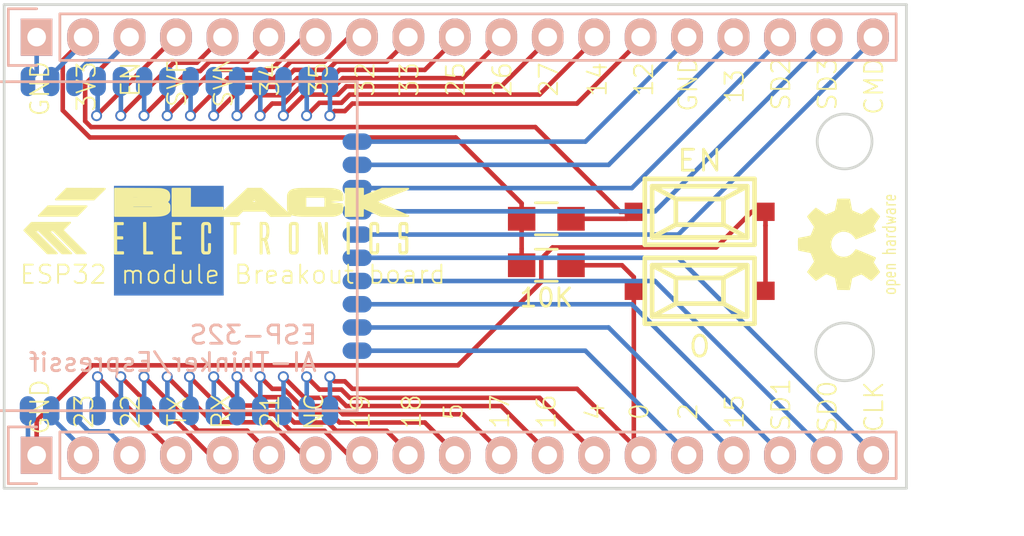
<source format=kicad_pcb>

(kicad_pcb
  (version 4)
  (host pcbnew 4.0.3-stable)
  (general
    (links 46)
    (no_connects 8)
    (area 125.477199 97.943599 174.954001 124.535001)
    (thickness 1.6)
    (drawings 49)
    (tracks 277)
    (zones 0)
    (modules 9)
    (nets 40))
  (page A4)
  (layers
    (0 F.Cu signal)
    (31 B.Cu signal hide)
    (32 B.Adhes user)
    (33 F.Adhes user)
    (34 B.Paste user)
    (35 F.Paste user)
    (36 B.SilkS user)
    (37 F.SilkS user)
    (38 B.Mask user)
    (39 F.Mask user)
    (40 Dwgs.User user)
    (41 Cmts.User user)
    (42 Eco1.User user)
    (43 Eco2.User user)
    (44 Edge.Cuts user)
    (45 Margin user)
    (46 B.CrtYd user)
    (47 F.CrtYd user)
    (48 B.Fab user)
    (49 F.Fab user))
  (setup
    (last_trace_width 0.25)
    (trace_clearance 0.2)
    (zone_clearance 0.508)
    (zone_45_only no)
    (trace_min 0.2)
    (segment_width 0.2)
    (edge_width 0.15)
    (via_size 0.6)
    (via_drill 0.4)
    (via_min_size 0.4)
    (via_min_drill 0.3)
    (uvia_size 0.3)
    (uvia_drill 0.1)
    (uvias_allowed no)
    (uvia_min_size 0.2)
    (uvia_min_drill 0.1)
    (pcb_text_width 0.3)
    (pcb_text_size 1.5 1.5)
    (mod_edge_width 0.15)
    (mod_text_size 1 1)
    (mod_text_width 0.15)
    (pad_size 1.524 1.524)
    (pad_drill 0.762)
    (pad_to_mask_clearance 0.2)
    (aux_axis_origin 0 0)
    (visible_elements 7FFFFF7F)
    (pcbplotparams
      (layerselection 0x00030_80000001)
      (usegerberextensions false)
      (excludeedgelayer true)
      (linewidth 0.1)
      (plotframeref false)
      (viasonmask false)
      (mode 1)
      (useauxorigin false)
      (hpglpennumber 1)
      (hpglpenspeed 20)
      (hpglpendiameter 15)
      (hpglpenoverlay 2)
      (psnegative false)
      (psa4output false)
      (plotreference true)
      (plotvalue true)
      (plotinvisibletext false)
      (padsonsilk false)
      (subtractmaskfromsilk false)
      (outputformat 1)
      (mirror false)
      (drillshape 1)
      (scaleselection 1)
      (outputdirectory "")))
  (net 0 "")
  (net 1 "Net-(P1-Pad4)")
  (net 2 "Net-(P1-Pad5)")
  (net 3 "Net-(P1-Pad6)")
  (net 4 "Net-(P1-Pad7)")
  (net 5 "Net-(P1-Pad8)")
  (net 6 "Net-(P1-Pad9)")
  (net 7 "Net-(P1-Pad10)")
  (net 8 "Net-(P1-Pad11)")
  (net 9 "Net-(P1-Pad12)")
  (net 10 "Net-(P1-Pad13)")
  (net 11 "Net-(P1-Pad14)")
  (net 12 "Net-(P1-Pad15)")
  (net 13 "Net-(P1-Pad16)")
  (net 14 "Net-(P1-Pad17)")
  (net 15 "Net-(P1-Pad18)")
  (net 16 "Net-(P1-Pad19)")
  (net 17 "Net-(P2-Pad2)")
  (net 18 "Net-(P2-Pad3)")
  (net 19 "Net-(P2-Pad4)")
  (net 20 "Net-(P2-Pad5)")
  (net 21 "Net-(P2-Pad6)")
  (net 22 "Net-(P2-Pad7)")
  (net 23 "Net-(P2-Pad8)")
  (net 24 "Net-(P2-Pad9)")
  (net 25 "Net-(P2-Pad10)")
  (net 26 "Net-(P2-Pad11)")
  (net 27 "Net-(P2-Pad12)")
  (net 28 "Net-(P2-Pad13)")
  (net 29 "Net-(P2-Pad15)")
  (net 30 "Net-(P2-Pad16)")
  (net 31 "Net-(P2-Pad17)")
  (net 32 "Net-(P2-Pad18)")
  (net 33 "Net-(P2-Pad19)")
  (net 34 "Net-(U1-Pad39)")
  (net 35 GND)
  (net 36 /EN)
  (net 37 /0)
  (net 38 /3V3)
  (net 39 "Net-(P1-Pad1)")
  (net_class Default "This is the default net class."
    (clearance 0.2)
    (trace_width 0.25)
    (via_dia 0.6)
    (via_drill 0.4)
    (uvia_dia 0.3)
    (uvia_drill 0.1)
    (add_net /0)
    (add_net /3V3)
    (add_net /EN)
    (add_net GND)
    (add_net "Net-(P1-Pad1)")
    (add_net "Net-(P1-Pad10)")
    (add_net "Net-(P1-Pad11)")
    (add_net "Net-(P1-Pad12)")
    (add_net "Net-(P1-Pad13)")
    (add_net "Net-(P1-Pad14)")
    (add_net "Net-(P1-Pad15)")
    (add_net "Net-(P1-Pad16)")
    (add_net "Net-(P1-Pad17)")
    (add_net "Net-(P1-Pad18)")
    (add_net "Net-(P1-Pad19)")
    (add_net "Net-(P1-Pad4)")
    (add_net "Net-(P1-Pad5)")
    (add_net "Net-(P1-Pad6)")
    (add_net "Net-(P1-Pad7)")
    (add_net "Net-(P1-Pad8)")
    (add_net "Net-(P1-Pad9)")
    (add_net "Net-(P2-Pad10)")
    (add_net "Net-(P2-Pad11)")
    (add_net "Net-(P2-Pad12)")
    (add_net "Net-(P2-Pad13)")
    (add_net "Net-(P2-Pad15)")
    (add_net "Net-(P2-Pad16)")
    (add_net "Net-(P2-Pad17)")
    (add_net "Net-(P2-Pad18)")
    (add_net "Net-(P2-Pad19)")
    (add_net "Net-(P2-Pad2)")
    (add_net "Net-(P2-Pad3)")
    (add_net "Net-(P2-Pad4)")
    (add_net "Net-(P2-Pad5)")
    (add_net "Net-(P2-Pad6)")
    (add_net "Net-(P2-Pad7)")
    (add_net "Net-(P2-Pad8)")
    (add_net "Net-(P2-Pad9)")
    (add_net "Net-(U1-Pad39)"))
  (module Pin_Headers:Pin_Header_Straight_1x19 locked
    (layer B.Cu)
    (tedit 5826D932)
    (tstamp 5823086E)
    (at 127.3302 99.7966 270)
    (descr "Through hole pin header")
    (tags "pin header")
    (path /58230766)
    (fp_text reference P1
      (at 0 5.1 270)
      (layer B.SilkS) hide
      (effects
        (font
          (size 1 1)
          (thickness 0.15))
        (justify mirror)))
    (fp_text value CONN_01X19
      (at 0 3.1 270)
      (layer B.Fab) hide
      (effects
        (font
          (size 1 1)
          (thickness 0.15))
        (justify mirror)))
    (fp_line
      (start -1.75 1.75)
      (end -1.75 -47.5)
      (layer B.CrtYd)
      (width 0.05))
    (fp_line
      (start 1.75 1.75)
      (end 1.75 -47.5)
      (layer B.CrtYd)
      (width 0.05))
    (fp_line
      (start -1.75 1.75)
      (end 1.75 1.75)
      (layer B.CrtYd)
      (width 0.05))
    (fp_line
      (start -1.75 -47.5)
      (end 1.75 -47.5)
      (layer B.CrtYd)
      (width 0.05))
    (fp_line
      (start 1.27 -1.27)
      (end 1.27 -46.99)
      (layer B.SilkS)
      (width 0.15))
    (fp_line
      (start 1.27 -46.99)
      (end -1.27 -46.99)
      (layer B.SilkS)
      (width 0.15))
    (fp_line
      (start -1.27 -46.99)
      (end -1.27 -1.27)
      (layer B.SilkS)
      (width 0.15))
    (fp_line
      (start 1.55 1.55)
      (end 1.55 0)
      (layer B.SilkS)
      (width 0.15))
    (fp_line
      (start 1.27 -1.27)
      (end -1.27 -1.27)
      (layer B.SilkS)
      (width 0.15))
    (fp_line
      (start -1.55 0)
      (end -1.55 1.55)
      (layer B.SilkS)
      (width 0.15))
    (fp_line
      (start -1.55 1.55)
      (end 1.55 1.55)
      (layer B.SilkS)
      (width 0.15))
    (pad 1 thru_hole rect
      (at 0 0 270)
      (size 2.032 1.7272)
      (drill 1.016)
      (layers *.Cu *.Mask B.SilkS)
      (net 39 "Net-(P1-Pad1)"))
    (pad 2 thru_hole oval
      (at 0 -2.54 270)
      (size 2.032 1.7272)
      (drill 1.016)
      (layers *.Cu *.Mask B.SilkS)
      (net 38 /3V3))
    (pad 3 thru_hole oval
      (at 0 -5.08 270)
      (size 2.032 1.7272)
      (drill 1.016)
      (layers *.Cu *.Mask B.SilkS)
      (net 36 /EN))
    (pad 4 thru_hole oval
      (at 0 -7.62 270)
      (size 2.032 1.7272)
      (drill 1.016)
      (layers *.Cu *.Mask B.SilkS)
      (net 1 "Net-(P1-Pad4)"))
    (pad 5 thru_hole oval
      (at 0 -10.16 270)
      (size 2.032 1.7272)
      (drill 1.016)
      (layers *.Cu *.Mask B.SilkS)
      (net 2 "Net-(P1-Pad5)"))
    (pad 6 thru_hole oval
      (at 0 -12.7 270)
      (size 2.032 1.7272)
      (drill 1.016)
      (layers *.Cu *.Mask B.SilkS)
      (net 3 "Net-(P1-Pad6)"))
    (pad 7 thru_hole oval
      (at 0 -15.24 270)
      (size 2.032 1.7272)
      (drill 1.016)
      (layers *.Cu *.Mask B.SilkS)
      (net 4 "Net-(P1-Pad7)"))
    (pad 8 thru_hole oval
      (at 0 -17.78 270)
      (size 2.032 1.7272)
      (drill 1.016)
      (layers *.Cu *.Mask B.SilkS)
      (net 5 "Net-(P1-Pad8)"))
    (pad 9 thru_hole oval
      (at 0 -20.32 270)
      (size 2.032 1.7272)
      (drill 1.016)
      (layers *.Cu *.Mask B.SilkS)
      (net 6 "Net-(P1-Pad9)"))
    (pad 10 thru_hole oval
      (at 0 -22.86 270)
      (size 2.032 1.7272)
      (drill 1.016)
      (layers *.Cu *.Mask B.SilkS)
      (net 7 "Net-(P1-Pad10)"))
    (pad 11 thru_hole oval
      (at 0 -25.4 270)
      (size 2.032 1.7272)
      (drill 1.016)
      (layers *.Cu *.Mask B.SilkS)
      (net 8 "Net-(P1-Pad11)"))
    (pad 12 thru_hole oval
      (at 0 -27.94 270)
      (size 2.032 1.7272)
      (drill 1.016)
      (layers *.Cu *.Mask B.SilkS)
      (net 9 "Net-(P1-Pad12)"))
    (pad 13 thru_hole oval
      (at 0 -30.48 270)
      (size 2.032 1.7272)
      (drill 1.016)
      (layers *.Cu *.Mask B.SilkS)
      (net 10 "Net-(P1-Pad13)"))
    (pad 14 thru_hole oval
      (at 0 -33.02 270)
      (size 2.032 1.7272)
      (drill 1.016)
      (layers *.Cu *.Mask B.SilkS)
      (net 11 "Net-(P1-Pad14)"))
    (pad 15 thru_hole oval
      (at 0 -35.56 270)
      (size 2.032 1.7272)
      (drill 1.016)
      (layers *.Cu *.Mask B.SilkS)
      (net 12 "Net-(P1-Pad15)"))
    (pad 16 thru_hole oval
      (at 0 -38.1 270)
      (size 2.032 1.7272)
      (drill 1.016)
      (layers *.Cu *.Mask B.SilkS)
      (net 13 "Net-(P1-Pad16)"))
    (pad 17 thru_hole oval
      (at 0 -40.64 270)
      (size 2.032 1.7272)
      (drill 1.016)
      (layers *.Cu *.Mask B.SilkS)
      (net 14 "Net-(P1-Pad17)"))
    (pad 18 thru_hole oval
      (at 0 -43.18 270)
      (size 2.032 1.7272)
      (drill 1.016)
      (layers *.Cu *.Mask B.SilkS)
      (net 15 "Net-(P1-Pad18)"))
    (pad 19 thru_hole oval
      (at 0 -45.72 270)
      (size 2.032 1.7272)
      (drill 1.016)
      (layers *.Cu *.Mask B.SilkS)
      (net 16 "Net-(P1-Pad19)"))
    (model Pin_Headers.3dshapes/Pin_Header_Straight_1x19.wrl
      (at
        (xyz 0 -0.9 0))
      (scale
        (xyz 1 1 1))
      (rotate
        (xyz 0 0 90))))
  (module Pin_Headers:Pin_Header_Straight_1x19 locked
    (layer B.Cu)
    (tedit 5826D91B)
    (tstamp 58230885)
    (at 127.3302 122.6566 270)
    (descr "Through hole pin header")
    (tags "pin header")
    (path /582306D2)
    (fp_text reference P2
      (at 0 5.1 270)
      (layer B.SilkS) hide
      (effects
        (font
          (size 1 1)
          (thickness 0.15))
        (justify mirror)))
    (fp_text value CONN_01X19
      (at 0 3.1 270)
      (layer B.Fab) hide
      (effects
        (font
          (size 1 1)
          (thickness 0.15))
        (justify mirror)))
    (fp_line
      (start -1.75 1.75)
      (end -1.75 -47.5)
      (layer B.CrtYd)
      (width 0.05))
    (fp_line
      (start 1.75 1.75)
      (end 1.75 -47.5)
      (layer B.CrtYd)
      (width 0.05))
    (fp_line
      (start -1.75 1.75)
      (end 1.75 1.75)
      (layer B.CrtYd)
      (width 0.05))
    (fp_line
      (start -1.75 -47.5)
      (end 1.75 -47.5)
      (layer B.CrtYd)
      (width 0.05))
    (fp_line
      (start 1.27 -1.27)
      (end 1.27 -46.99)
      (layer B.SilkS)
      (width 0.15))
    (fp_line
      (start 1.27 -46.99)
      (end -1.27 -46.99)
      (layer B.SilkS)
      (width 0.15))
    (fp_line
      (start -1.27 -46.99)
      (end -1.27 -1.27)
      (layer B.SilkS)
      (width 0.15))
    (fp_line
      (start 1.55 1.55)
      (end 1.55 0)
      (layer B.SilkS)
      (width 0.15))
    (fp_line
      (start 1.27 -1.27)
      (end -1.27 -1.27)
      (layer B.SilkS)
      (width 0.15))
    (fp_line
      (start -1.55 0)
      (end -1.55 1.55)
      (layer B.SilkS)
      (width 0.15))
    (fp_line
      (start -1.55 1.55)
      (end 1.55 1.55)
      (layer B.SilkS)
      (width 0.15))
    (pad 1 thru_hole rect
      (at 0 0 270)
      (size 2.032 1.7272)
      (drill 1.016)
      (layers *.Cu *.Mask B.SilkS)
      (net 35 GND))
    (pad 2 thru_hole oval
      (at 0 -2.54 270)
      (size 2.032 1.7272)
      (drill 1.016)
      (layers *.Cu *.Mask B.SilkS)
      (net 17 "Net-(P2-Pad2)"))
    (pad 3 thru_hole oval
      (at 0 -5.08 270)
      (size 2.032 1.7272)
      (drill 1.016)
      (layers *.Cu *.Mask B.SilkS)
      (net 18 "Net-(P2-Pad3)"))
    (pad 4 thru_hole oval
      (at 0 -7.62 270)
      (size 2.032 1.7272)
      (drill 1.016)
      (layers *.Cu *.Mask B.SilkS)
      (net 19 "Net-(P2-Pad4)"))
    (pad 5 thru_hole oval
      (at 0 -10.16 270)
      (size 2.032 1.7272)
      (drill 1.016)
      (layers *.Cu *.Mask B.SilkS)
      (net 20 "Net-(P2-Pad5)"))
    (pad 6 thru_hole oval
      (at 0 -12.7 270)
      (size 2.032 1.7272)
      (drill 1.016)
      (layers *.Cu *.Mask B.SilkS)
      (net 21 "Net-(P2-Pad6)"))
    (pad 7 thru_hole oval
      (at 0 -15.24 270)
      (size 2.032 1.7272)
      (drill 1.016)
      (layers *.Cu *.Mask B.SilkS)
      (net 22 "Net-(P2-Pad7)"))
    (pad 8 thru_hole oval
      (at 0 -17.78 270)
      (size 2.032 1.7272)
      (drill 1.016)
      (layers *.Cu *.Mask B.SilkS)
      (net 23 "Net-(P2-Pad8)"))
    (pad 9 thru_hole oval
      (at 0 -20.32 270)
      (size 2.032 1.7272)
      (drill 1.016)
      (layers *.Cu *.Mask B.SilkS)
      (net 24 "Net-(P2-Pad9)"))
    (pad 10 thru_hole oval
      (at 0 -22.86 270)
      (size 2.032 1.7272)
      (drill 1.016)
      (layers *.Cu *.Mask B.SilkS)
      (net 25 "Net-(P2-Pad10)"))
    (pad 11 thru_hole oval
      (at 0 -25.4 270)
      (size 2.032 1.7272)
      (drill 1.016)
      (layers *.Cu *.Mask B.SilkS)
      (net 26 "Net-(P2-Pad11)"))
    (pad 12 thru_hole oval
      (at 0 -27.94 270)
      (size 2.032 1.7272)
      (drill 1.016)
      (layers *.Cu *.Mask B.SilkS)
      (net 27 "Net-(P2-Pad12)"))
    (pad 13 thru_hole oval
      (at 0 -30.48 270)
      (size 2.032 1.7272)
      (drill 1.016)
      (layers *.Cu *.Mask B.SilkS)
      (net 28 "Net-(P2-Pad13)"))
    (pad 14 thru_hole oval
      (at 0 -33.02 270)
      (size 2.032 1.7272)
      (drill 1.016)
      (layers *.Cu *.Mask B.SilkS)
      (net 37 /0))
    (pad 15 thru_hole oval
      (at 0 -35.56 270)
      (size 2.032 1.7272)
      (drill 1.016)
      (layers *.Cu *.Mask B.SilkS)
      (net 29 "Net-(P2-Pad15)"))
    (pad 16 thru_hole oval
      (at 0 -38.1 270)
      (size 2.032 1.7272)
      (drill 1.016)
      (layers *.Cu *.Mask B.SilkS)
      (net 30 "Net-(P2-Pad16)"))
    (pad 17 thru_hole oval
      (at 0 -40.64 270)
      (size 2.032 1.7272)
      (drill 1.016)
      (layers *.Cu *.Mask B.SilkS)
      (net 31 "Net-(P2-Pad17)"))
    (pad 18 thru_hole oval
      (at 0 -43.18 270)
      (size 2.032 1.7272)
      (drill 1.016)
      (layers *.Cu *.Mask B.SilkS)
      (net 32 "Net-(P2-Pad18)"))
    (pad 19 thru_hole oval
      (at 0 -45.72 270)
      (size 2.032 1.7272)
      (drill 1.016)
      (layers *.Cu *.Mask B.SilkS)
      (net 33 "Net-(P2-Pad19)"))
    (model Pin_Headers.3dshapes/Pin_Header_Straight_1x19.wrl
      (at
        (xyz 0 -0.9 0))
      (scale
        (xyz 1 1 1))
      (rotate
        (xyz 0 0 90))))
  (module Resistors_SMD:R_0805_HandSoldering
    (layer F.Cu)
    (tedit 58297507)
    (tstamp 5826F9BE)
    (at 155.194 109.728)
    (descr "Resistor SMD 0805, hand soldering")
    (tags "resistor 0805")
    (path /5826F8F4)
    (attr smd)
    (fp_text reference R1
      (at 0 -2.1)
      (layer F.SilkS) hide
      (effects
        (font
          (size 1 1)
          (thickness 0.15))))
    (fp_text value 10K
      (at 0 4.318)
      (layer F.SilkS)
      (effects
        (font
          (size 1 1)
          (thickness 0.15))))
    (fp_line
      (start -2.4 -1)
      (end 2.4 -1)
      (layer F.CrtYd)
      (width 0.05))
    (fp_line
      (start -2.4 1)
      (end 2.4 1)
      (layer F.CrtYd)
      (width 0.05))
    (fp_line
      (start -2.4 -1)
      (end -2.4 1)
      (layer F.CrtYd)
      (width 0.05))
    (fp_line
      (start 2.4 -1)
      (end 2.4 1)
      (layer F.CrtYd)
      (width 0.05))
    (fp_line
      (start 0.6 0.875)
      (end -0.6 0.875)
      (layer F.SilkS)
      (width 0.15))
    (fp_line
      (start -0.6 -0.875)
      (end 0.6 -0.875)
      (layer F.SilkS)
      (width 0.15))
    (pad 1 smd rect
      (at -1.35 0)
      (size 1.5 1.3)
      (layers F.Cu F.Paste F.Mask)
      (net 38 /3V3))
    (pad 2 smd rect
      (at 1.35 0)
      (size 1.5 1.3)
      (layers F.Cu F.Paste F.Mask)
      (net 36 /EN))
    (model Resistors_SMD.3dshapes/R_0805_HandSoldering.wrl
      (at
        (xyz 0 0 0))
      (scale
        (xyz 1 1 1))
      (rotate
        (xyz 0 0 0))))
  (module Resistors_SMD:R_0805_HandSoldering
    (layer F.Cu)
    (tedit 5826FB72)
    (tstamp 5826F9C4)
    (at 155.194 112.268)
    (descr "Resistor SMD 0805, hand soldering")
    (tags "resistor 0805")
    (path /5826FAD4)
    (attr smd)
    (fp_text reference R2
      (at 0 -2.1)
      (layer F.SilkS) hide
      (effects
        (font
          (size 1 1)
          (thickness 0.15))))
    (fp_text value 10K
      (at 0 2.1)
      (layer F.Fab) hide
      (effects
        (font
          (size 1 1)
          (thickness 0.15))))
    (fp_line
      (start -2.4 -1)
      (end 2.4 -1)
      (layer F.CrtYd)
      (width 0.05))
    (fp_line
      (start -2.4 1)
      (end 2.4 1)
      (layer F.CrtYd)
      (width 0.05))
    (fp_line
      (start -2.4 -1)
      (end -2.4 1)
      (layer F.CrtYd)
      (width 0.05))
    (fp_line
      (start 2.4 -1)
      (end 2.4 1)
      (layer F.CrtYd)
      (width 0.05))
    (fp_line
      (start 0.6 0.875)
      (end -0.6 0.875)
      (layer F.SilkS)
      (width 0.15))
    (fp_line
      (start -0.6 -0.875)
      (end 0.6 -0.875)
      (layer F.SilkS)
      (width 0.15))
    (pad 1 smd rect
      (at -1.35 0)
      (size 1.5 1.3)
      (layers F.Cu F.Paste F.Mask)
      (net 38 /3V3))
    (pad 2 smd rect
      (at 1.35 0)
      (size 1.5 1.3)
      (layers F.Cu F.Paste F.Mask)
      (net 37 /0))
    (model Resistors_SMD.3dshapes/R_0805_HandSoldering.wrl
      (at
        (xyz 0 0 0))
      (scale
        (xyz 1 1 1))
      (rotate
        (xyz 0 0 0))))
  (module w_switch:smd_push
    (layer F.Cu)
    (tedit 5826FB24)
    (tstamp 5826F9CA)
    (at 163.576 109.347 180)
    (descr "SMD Pushbutton")
    (path /5826F6FA)
    (autoplace_cost180 10)
    (fp_text reference SW1
      (at 0 -2.70002 180)
      (layer F.SilkS) hide
      (effects
        (font
          (size 1.143 1.27)
          (thickness 0.1524))))
    (fp_text value EN
      (at 0 2.79908 180)
      (layer F.SilkS)
      (effects
        (font
          (size 1.143 1.27)
          (thickness 0.1524))))
    (fp_line
      (start 1.30048 -0.70104)
      (end 2.60096 -1.39954)
      (layer F.SilkS)
      (width 0.254))
    (fp_line
      (start 1.30048 0.70104)
      (end 2.60096 1.39954)
      (layer F.SilkS)
      (width 0.254))
    (fp_line
      (start -1.30048 0.70104)
      (end -2.60096 1.39954)
      (layer F.SilkS)
      (width 0.254))
    (fp_line
      (start -2.60096 -1.39954)
      (end -1.30048 -0.70104)
      (layer F.SilkS)
      (width 0.254))
    (fp_line
      (start -2.60096 -1.39954)
      (end 2.60096 -1.39954)
      (layer F.SilkS)
      (width 0.254))
    (fp_line
      (start 2.60096 -1.39954)
      (end 2.60096 1.39954)
      (layer F.SilkS)
      (width 0.254))
    (fp_line
      (start 2.60096 1.39954)
      (end -2.60096 1.39954)
      (layer F.SilkS)
      (width 0.254))
    (fp_line
      (start -2.60096 1.39954)
      (end -2.60096 -1.39954)
      (layer F.SilkS)
      (width 0.254))
    (fp_line
      (start -1.30048 -0.70104)
      (end 1.30048 -0.70104)
      (layer F.SilkS)
      (width 0.254))
    (fp_line
      (start 1.30048 -0.70104)
      (end 1.30048 0.70104)
      (layer F.SilkS)
      (width 0.254))
    (fp_line
      (start 1.30048 0.70104)
      (end -1.30048 0.70104)
      (layer F.SilkS)
      (width 0.254))
    (fp_line
      (start -1.30048 0.70104)
      (end -1.30048 -0.70104)
      (layer F.SilkS)
      (width 0.254))
    (fp_line
      (start -2.99974 -1.80086)
      (end 2.99974 -1.80086)
      (layer F.SilkS)
      (width 0.254))
    (fp_line
      (start 2.99974 -1.80086)
      (end 2.99974 1.80086)
      (layer F.SilkS)
      (width 0.254))
    (fp_line
      (start 2.99974 1.80086)
      (end -2.99974 1.80086)
      (layer F.SilkS)
      (width 0.254))
    (fp_line
      (start -2.99974 1.80086)
      (end -2.99974 -1.80086)
      (layer F.SilkS)
      (width 0.254))
    (pad 1 smd rect
      (at -3.59918 0 180)
      (size 1.00076 1.00076)
      (layers F.Cu F.Paste F.Mask)
      (net 35 GND))
    (pad 2 smd rect
      (at 3.59918 0 180)
      (size 1.00076 1.00076)
      (layers F.Cu F.Paste F.Mask)
      (net 36 /EN))
    (model walter/switch/smd_push.wrl
      (at
        (xyz 0 0 0))
      (scale
        (xyz 1 1 1))
      (rotate
        (xyz 0 0 0))))
  (module w_switch:smd_push
    (layer F.Cu)
    (tedit 582974FA)
    (tstamp 5826F9D0)
    (at 163.576 113.665 180)
    (descr "SMD Pushbutton")
    (path /5826FAC5)
    (autoplace_cost180 10)
    (fp_text reference SW2
      (at 0 -2.70002 180)
      (layer F.SilkS) hide
      (effects
        (font
          (size 1.143 1.27)
          (thickness 0.1524))))
    (fp_text value 0
      (at 0 -3.048 180)
      (layer F.SilkS)
      (effects
        (font
          (size 1.143 1.27)
          (thickness 0.1524))))
    (fp_line
      (start 1.30048 -0.70104)
      (end 2.60096 -1.39954)
      (layer F.SilkS)
      (width 0.254))
    (fp_line
      (start 1.30048 0.70104)
      (end 2.60096 1.39954)
      (layer F.SilkS)
      (width 0.254))
    (fp_line
      (start -1.30048 0.70104)
      (end -2.60096 1.39954)
      (layer F.SilkS)
      (width 0.254))
    (fp_line
      (start -2.60096 -1.39954)
      (end -1.30048 -0.70104)
      (layer F.SilkS)
      (width 0.254))
    (fp_line
      (start -2.60096 -1.39954)
      (end 2.60096 -1.39954)
      (layer F.SilkS)
      (width 0.254))
    (fp_line
      (start 2.60096 -1.39954)
      (end 2.60096 1.39954)
      (layer F.SilkS)
      (width 0.254))
    (fp_line
      (start 2.60096 1.39954)
      (end -2.60096 1.39954)
      (layer F.SilkS)
      (width 0.254))
    (fp_line
      (start -2.60096 1.39954)
      (end -2.60096 -1.39954)
      (layer F.SilkS)
      (width 0.254))
    (fp_line
      (start -1.30048 -0.70104)
      (end 1.30048 -0.70104)
      (layer F.SilkS)
      (width 0.254))
    (fp_line
      (start 1.30048 -0.70104)
      (end 1.30048 0.70104)
      (layer F.SilkS)
      (width 0.254))
    (fp_line
      (start 1.30048 0.70104)
      (end -1.30048 0.70104)
      (layer F.SilkS)
      (width 0.254))
    (fp_line
      (start -1.30048 0.70104)
      (end -1.30048 -0.70104)
      (layer F.SilkS)
      (width 0.254))
    (fp_line
      (start -2.99974 -1.80086)
      (end 2.99974 -1.80086)
      (layer F.SilkS)
      (width 0.254))
    (fp_line
      (start 2.99974 -1.80086)
      (end 2.99974 1.80086)
      (layer F.SilkS)
      (width 0.254))
    (fp_line
      (start 2.99974 1.80086)
      (end -2.99974 1.80086)
      (layer F.SilkS)
      (width 0.254))
    (fp_line
      (start -2.99974 1.80086)
      (end -2.99974 -1.80086)
      (layer F.SilkS)
      (width 0.254))
    (pad 1 smd rect
      (at -3.59918 0 180)
      (size 1.00076 1.00076)
      (layers F.Cu F.Paste F.Mask)
      (net 35 GND))
    (pad 2 smd rect
      (at 3.59918 0 180)
      (size 1.00076 1.00076)
      (layers F.Cu F.Paste F.Mask)
      (net 37 /0))
    (model walter/switch/smd_push.wrl
      (at
        (xyz 0 0 0))
      (scale
        (xyz 1 1 1))
      (rotate
        (xyz 0 0 0))))
  (module ESP3212:ESP-32S locked
    (layer B.Cu)
    (tedit 58270553)
    (tstamp 5826FA5C)
    (at 136.3726 111.2774 270)
    (path /58231627)
    (fp_text reference U1
      (at -7.75 -9.75 270)
      (layer B.SilkS) hide
      (effects
        (font
          (size 1 1)
          (thickness 0.15))
        (justify mirror)))
    (fp_text value ESP-32S
      (at 0 9.5 270)
      (layer B.Fab) hide
      (effects
        (font
          (size 1 1)
          (thickness 0.15))
        (justify mirror)))
    (fp_text user AI-Thinker/Espressif
      (at 6.3 1.6 540)
      (layer B.SilkS)
      (effects
        (font
          (size 1 1)
          (thickness 0.15))
        (justify mirror)))
    (fp_text user ESP-32S
      (at 4.8 -2.8 540)
      (layer B.SilkS)
      (effects
        (font
          (size 1 1)
          (thickness 0.15))
        (justify mirror)))
    (fp_line
      (start -9.0424 10.9982)
      (end -9.052566 -8.482662)
      (layer B.SilkS)
      (width 0.15))
    (fp_line
      (start 8.9408 11.0236)
      (end 8.947434 -8.482662)
      (layer B.SilkS)
      (width 0.15))
    (fp_line
      (start 8.947434 -8.482662)
      (end -9.052566 -8.482662)
      (layer B.SilkS)
      (width 0.15))
    (pad 38 smd oval
      (at 8.947434 9.517338 90)
      (size 1.6 0.9)
      (layers B.Cu B.Paste B.Mask)
      (net 35 GND))
    (pad 25 smd oval
      (at 8.947434 -6.992662 90)
      (size 1.6 0.9)
      (layers B.Cu B.Paste B.Mask)
      (net 37 /0))
    (pad 24 smd oval
      (at 5.662434 -8.482662 90)
      (size 0.9 1.6)
      (layers B.Cu B.Paste B.Mask)
      (net 29 "Net-(P2-Pad15)"))
    (pad 15 smd oval
      (at -5.767566 -8.482662 90)
      (size 0.9 1.6)
      (layers B.Cu B.Paste B.Mask)
      (net 12 "Net-(P1-Pad15)"))
    (pad 14 smd oval
      (at -9.052566 -6.992649 90)
      (size 1.6 0.9)
      (layers B.Cu B.Paste B.Mask)
      (net 11 "Net-(P1-Pad14)"))
    (pad 1 smd oval
      (at -9.052566 9.517338 90)
      (size 1.6 0.8)
      (layers B.Cu B.Paste B.Mask)
      (net 39 "Net-(P1-Pad1)"))
    (pad 39 smd rect
      (at -0.352566 1.817338 90)
      (size 6 6)
      (layers B.Cu B.Paste B.Mask)
      (net 34 "Net-(U1-Pad39)"))
    (pad 2 smd oval
      (at -9.052566 8.247339 90)
      (size 1.6 0.9)
      (layers B.Cu B.Paste B.Mask)
      (net 38 /3V3))
    (pad 3 smd oval
      (at -9.052566 6.97734 90)
      (size 1.6 0.9)
      (layers B.Cu B.Paste B.Mask)
      (net 36 /EN))
    (pad 4 smd oval
      (at -9.052566 5.707341 90)
      (size 1.6 0.9)
      (layers B.Cu B.Paste B.Mask)
      (net 1 "Net-(P1-Pad4)"))
    (pad 5 smd oval
      (at -9.052566 4.437342 90)
      (size 1.6 0.9)
      (layers B.Cu B.Paste B.Mask)
      (net 2 "Net-(P1-Pad5)"))
    (pad 6 smd oval
      (at -9.052566 3.167343 90)
      (size 1.6 0.9)
      (layers B.Cu B.Paste B.Mask)
      (net 3 "Net-(P1-Pad6)"))
    (pad 7 smd oval
      (at -9.052566 1.897344 90)
      (size 1.6 0.9)
      (layers B.Cu B.Paste B.Mask)
      (net 4 "Net-(P1-Pad7)"))
    (pad 8 smd oval
      (at -9.052566 0.627345 90)
      (size 1.6 0.9)
      (layers B.Cu B.Paste B.Mask)
      (net 5 "Net-(P1-Pad8)"))
    (pad 9 smd oval
      (at -9.052566 -0.642654 90)
      (size 1.6 0.9)
      (layers B.Cu B.Paste B.Mask)
      (net 6 "Net-(P1-Pad9)"))
    (pad 10 smd oval
      (at -9.052566 -1.912653 90)
      (size 1.6 0.9)
      (layers B.Cu B.Paste B.Mask)
      (net 7 "Net-(P1-Pad10)"))
    (pad 11 smd oval
      (at -9.052566 -3.182652 90)
      (size 1.6 0.9)
      (layers B.Cu B.Paste B.Mask)
      (net 8 "Net-(P1-Pad11)"))
    (pad 12 smd oval
      (at -9.052566 -4.452651 90)
      (size 1.6 0.9)
      (layers B.Cu B.Paste B.Mask)
      (net 9 "Net-(P1-Pad12)"))
    (pad 13 smd oval
      (at -9.052566 -5.72265 90)
      (size 1.6 0.9)
      (layers B.Cu B.Paste B.Mask)
      (net 10 "Net-(P1-Pad13)"))
    (pad 37 smd oval
      (at 8.947434 8.247338 90)
      (size 1.6 0.9)
      (layers B.Cu B.Paste B.Mask)
      (net 17 "Net-(P2-Pad2)"))
    (pad 36 smd oval
      (at 8.947434 6.977338 90)
      (size 1.6 0.9)
      (layers B.Cu B.Paste B.Mask)
      (net 18 "Net-(P2-Pad3)"))
    (pad 35 smd oval
      (at 8.947434 5.707338 90)
      (size 1.6 0.9)
      (layers B.Cu B.Paste B.Mask)
      (net 19 "Net-(P2-Pad4)"))
    (pad 34 smd oval
      (at 8.947434 4.437338 90)
      (size 1.6 0.9)
      (layers B.Cu B.Paste B.Mask)
      (net 20 "Net-(P2-Pad5)"))
    (pad 33 smd oval
      (at 8.947434 3.167338 90)
      (size 1.6 0.9)
      (layers B.Cu B.Paste B.Mask)
      (net 21 "Net-(P2-Pad6)"))
    (pad 32 smd oval
      (at 8.947434 1.897338 90)
      (size 1.6 0.9)
      (layers B.Cu B.Paste B.Mask)
      (net 22 "Net-(P2-Pad7)"))
    (pad 31 smd oval
      (at 8.947434 0.627338 90)
      (size 1.6 0.9)
      (layers B.Cu B.Paste B.Mask)
      (net 23 "Net-(P2-Pad8)"))
    (pad 30 smd oval
      (at 8.947434 -0.642662 90)
      (size 1.6 0.9)
      (layers B.Cu B.Paste B.Mask)
      (net 24 "Net-(P2-Pad9)"))
    (pad 29 smd oval
      (at 8.947434 -1.912662 90)
      (size 1.6 0.9)
      (layers B.Cu B.Paste B.Mask)
      (net 25 "Net-(P2-Pad10)"))
    (pad 28 smd oval
      (at 8.947434 -3.182662 90)
      (size 1.6 0.9)
      (layers B.Cu B.Paste B.Mask)
      (net 26 "Net-(P2-Pad11)"))
    (pad 27 smd oval
      (at 8.947434 -4.452662 90)
      (size 1.6 0.9)
      (layers B.Cu B.Paste B.Mask)
      (net 27 "Net-(P2-Pad12)"))
    (pad 26 smd oval
      (at 8.947434 -5.722662 90)
      (size 1.6 0.9)
      (layers B.Cu B.Paste B.Mask)
      (net 28 "Net-(P2-Pad13)"))
    (pad 16 smd oval
      (at -4.497566 -8.482662 90)
      (size 0.9 1.6)
      (layers B.Cu B.Paste B.Mask)
      (net 13 "Net-(P1-Pad16)"))
    (pad 17 smd oval
      (at -3.227566 -8.482662 90)
      (size 0.9 1.6)
      (layers B.Cu B.Paste B.Mask)
      (net 14 "Net-(P1-Pad17)"))
    (pad 18 smd oval
      (at -1.957566 -8.482662 90)
      (size 0.9 1.6)
      (layers B.Cu B.Paste B.Mask)
      (net 15 "Net-(P1-Pad18)"))
    (pad 19 smd oval
      (at -0.687566 -8.482662 90)
      (size 0.9 1.6)
      (layers B.Cu B.Paste B.Mask)
      (net 16 "Net-(P1-Pad19)"))
    (pad 20 smd oval
      (at 0.582434 -8.482662 90)
      (size 0.9 1.6)
      (layers B.Cu B.Paste B.Mask)
      (net 33 "Net-(P2-Pad19)"))
    (pad 21 smd oval
      (at 1.852434 -8.482662 90)
      (size 0.9 1.6)
      (layers B.Cu B.Paste B.Mask)
      (net 32 "Net-(P2-Pad18)"))
    (pad 22 smd oval
      (at 3.122434 -8.482662 90)
      (size 0.9 1.6)
      (layers B.Cu B.Paste B.Mask)
      (net 31 "Net-(P2-Pad17)"))
    (pad 23 smd oval
      (at 4.392434 -8.482662 90)
      (size 0.9 1.6)
      (layers B.Cu B.Paste B.Mask)
      (net 30 "Net-(P2-Pad16)")))
  (module logo:3k5
    (layer F.Cu)
    (tedit 0)
    (tstamp 58297214)
    (at 137.16 109.855)
    (path /5829772B)
    (fp_text reference P3
      (at 0 0)
      (layer F.SilkS) hide
      (effects
        (font
          (thickness 0.3))))
    (fp_text value "BE LOGO"
      (at 0.75 0)
      (layer F.SilkS) hide
      (effects
        (font
          (thickness 0.3))))
    (fp_poly
      (pts
        (xy -5.101771 1.778)
        (xy -5.326742 1.778)
        (xy -5.551714 1.778)
        (xy -5.551714 0.9398)
        (xy -5.551714 0.1016)
        (xy -5.334 0.1016)
        (xy -5.116285 0.1016)
        (xy -5.116285 0.137885)
        (xy -5.116285 0.174171)
        (xy -5.297714 0.174171)
        (xy -5.479142 0.174171)
        (xy -5.479142 0.526142)
        (xy -5.479142 0.878114)
        (xy -5.312228 0.878114)
        (xy -5.145314 0.878114)
        (xy -5.145314 0.918028)
        (xy -5.145314 0.957942)
        (xy -5.312228 0.957942)
        (xy -5.479142 0.957942)
        (xy -5.479142 1.328057)
        (xy -5.479142 1.698171)
        (xy -5.290457 1.698171)
        (xy -5.101771 1.698171)
        (xy -5.101771 1.738085)
        (xy -5.101771 1.778)
        (xy -5.101771 1.778))
      (layer F.SilkS)
      (width 0.1))
    (fp_poly
      (pts
        (xy -3.5052 1.778)
        (xy -3.730171 1.778)
        (xy -3.955142 1.778)
        (xy -3.955142 1.394568)
        (xy -3.955233 1.311892)
        (xy -3.955494 1.217759)
        (xy -3.955907 1.115225)
        (xy -3.956455 1.007345)
        (xy -3.957121 0.897176)
        (xy -3.957886 0.787774)
        (xy -3.958734 0.682194)
        (xy -3.959647 0.583492)
        (xy -3.959962 0.552739)
        (xy -3.964781 0.094342)
        (xy -3.923676 0.094342)
        (xy -3.882571 0.094342)
        (xy -3.882571 0.896257)
        (xy -3.882571 1.698171)
        (xy -3.698421 1.698171)
        (xy -3.514271 1.698171)
        (xy -3.509735 1.72085)
        (xy -3.506404 1.74308)
        (xy -3.5052 1.760764)
        (xy -3.5052 1.778)
        (xy -3.5052 1.778))
      (layer F.SilkS)
      (width 0.1))
    (fp_poly
      (pts
        (xy -1.937657 1.778)
        (xy -2.162628 1.778)
        (xy -2.3876 1.778)
        (xy -2.3876 0.9398)
        (xy -2.3876 0.1016)
        (xy -2.169885 0.1016)
        (xy -1.952171 0.1016)
        (xy -1.952171 0.137885)
        (xy -1.952171 0.174171)
        (xy -2.133669 0.174171)
        (xy -2.315168 0.174171)
        (xy -2.313284 0.524328)
        (xy -2.3114 0.874485)
        (xy -2.1463 0.876436)
        (xy -1.9812 0.878386)
        (xy -1.9812 0.918164)
        (xy -1.9812 0.957942)
        (xy -2.148114 0.957942)
        (xy -2.315028 0.957942)
        (xy -2.315028 1.328057)
        (xy -2.315028 1.698171)
        (xy -2.126342 1.698171)
        (xy -1.937657 1.698171)
        (xy -1.937657 1.738085)
        (xy -1.937657 1.778)
        (xy -1.937657 1.778))
      (layer F.SilkS)
      (width 0.1))
    (fp_poly
      (pts
        (xy -0.340268 0.624114)
        (xy -0.372719 0.624114)
        (xy -0.405171 0.624114)
        (xy -0.407641 0.429985)
        (xy -0.408492 0.370644)
        (xy -0.409444 0.324005)
        (xy -0.410627 0.288256)
        (xy -0.41217 0.261584)
        (xy -0.414202 0.242177)
        (xy -0.416855 0.228223)
        (xy -0.420256 0.217909)
        (xy -0.423252 0.211699)
        (xy -0.43597 0.193648)
        (xy -0.452902 0.180857)
        (xy -0.476318 0.172674)
        (xy -0.50849 0.168448)
        (xy -0.551687 0.167526)
        (xy -0.575409 0.168018)
        (xy -0.661609 0.170563)
        (xy -0.682136 0.193537)
        (xy -0.699467 0.221075)
        (xy -0.710745 0.255437)
        (xy -0.712282 0.268517)
        (xy -0.713606 0.292191)
        (xy -0.714721 0.326875)
        (xy -0.71563 0.37299)
        (xy -0.716337 0.430953)
        (xy -0.716845 0.501183)
        (xy -0.717158 0.584099)
        (xy -0.71728 0.680119)
        (xy -0.717214 0.789662)
        (xy -0.716963 0.913148)
        (xy -0.716827 0.961795)
        (xy -0.716481 1.075291)
        (xy -0.716151 1.175181)
        (xy -0.715815 1.262372)
        (xy -0.715451 1.337771)
        (xy -0.715037 1.402286)
        (xy -0.714551 1.456825)
        (xy -0.713971 1.502294)
        (xy -0.713276 1.539603)
        (xy -0.712443 1.569657)
        (xy -0.71145 1.593365)
        (xy -0.710275 1.611634)
        (xy -0.708896 1.625372)
        (xy -0.707293 1.635487)
        (xy -0.705441 1.642885)
        (xy -0.70332 1.648475)
        (xy -0.700908 1.653164)
        (xy -0.700067 1.654628)
        (xy -0.684634 1.675602)
        (xy -0.665041 1.690227)
        (xy -0.638705 1.699442)
        (xy -0.603037 1.704189)
        (xy -0.560381 1.705417)
        (xy -0.522448 1.705087)
        (xy -0.491689 1.703168)
        (xy -0.467353 1.698282)
        (xy -0.448687 1.689053)
        (xy -0.434941 1.674105)
        (xy -0.425361 1.65206)
        (xy -0.419196 1.621543)
        (xy -0.415694 1.581176)
        (xy -0.414104 1.529584)
        (xy -0.413673 1.465388)
        (xy -0.413657 1.436767)
        (xy -0.413657 1.248228)
        (xy -0.381 1.248228)
        (xy -0.348342 1.248228)
        (xy -0.348342 1.457384)
        (xy -0.348342 1.66654)
        (xy -0.3683 1.70557)
        (xy -0.380671 1.728569)
        (xy -0.39254 1.745782)
        (xy -0.406202 1.758081)
        (xy -0.423953 1.766338)
        (xy -0.448087 1.771423)
        (xy -0.480899 1.774208)
        (xy -0.524684 1.775563)
        (xy -0.553863 1.77601)
        (xy -0.612488 1.776163)
        (xy -0.657024 1.774882)
        (xy -0.687827 1.772149)
        (xy -0.703254 1.768753)
        (xy -0.732173 1.750982)
        (xy -0.75665 1.721165)
        (xy -0.775068 1.681488)
        (xy -0.780048 1.664654)
        (xy -0.781952 1.655867)
        (xy -0.783623 1.64477)
        (xy -0.785075 1.630479)
        (xy -0.786316 1.612105)
        (xy -0.787359 1.588762)
        (xy -0.788214 1.559563)
        (xy -0.788893 1.523621)
        (xy -0.789406 1.480049)
        (xy -0.789766 1.42796)
        (xy -0.789982 1.366468)
        (xy -0.790066 1.294685)
        (xy -0.790029 1.211725)
        (xy -0.789882 1.116701)
        (xy -0.789636 1.008726)
        (xy -0.789389 0.917169)
        (xy -0.7874 0.214085)
        (xy -0.767092 0.172732)
        (xy -0.753119 0.146933)
        (xy -0.738526 0.127774)
        (xy -0.720892 0.114215)
        (xy -0.697796 0.105216)
        (xy -0.666817 0.099738)
        (xy -0.625535 0.096741)
        (xy -0.587348 0.095518)
        (xy -0.541022 0.095108)
        (xy -0.50084 0.096049)
        (xy -0.46967 0.09822)
        (xy -0.451606 0.101152)
        (xy -0.412193 0.119087)
        (xy -0.379141 0.149211)
        (xy -0.360724 0.176898)
        (xy -0.356062 0.186236)
        (xy -0.352375 0.196021)
        (xy -0.349528 0.208051)
        (xy -0.347382 0.224128)
        (xy -0.345799 0.246051)
        (xy -0.344643 0.275619)
        (xy -0.343776 0.314634)
        (xy -0.343059 0.364894)
        (xy -0.342491 0.415471)
        (xy -0.340268 0.624114)
        (xy -0.340268 0.624114))
      (layer F.SilkS)
      (width 0.1))
    (fp_poly
      (pts
        (xy 1.248229 0.174171)
        (xy 1.150258 0.174171)
        (xy 1.052286 0.174171)
        (xy 1.052286 0.976085)
        (xy 1.052286 1.778)
        (xy 1.019629 1.778)
        (xy 0.986972 1.778)
        (xy 0.986972 0.976085)
        (xy 0.986972 0.174171)
        (xy 0.892629 0.174171)
        (xy 0.798286 0.174171)
        (xy 0.798286 0.137885)
        (xy 0.798286 0.1016)
        (xy 1.023258 0.1016)
        (xy 1.248229 0.1016)
        (xy 1.248229 0.137885)
        (xy 1.248229 0.174171)
        (xy 1.248229 0.174171))
      (layer F.SilkS)
      (width 0.1))
    (fp_poly
      (pts
        (xy 2.893205 1.772378)
        (xy 2.886936 1.776225)
        (xy 2.871156 1.777777)
        (xy 2.853036 1.778)
        (xy 2.827608 1.777169)
        (xy 2.813248 1.774072)
        (xy 2.806574 1.767804)
        (xy 2.805604 1.7653)
        (xy 2.803035 1.754726)
        (xy 2.798 1.732165)
        (xy 2.790979 1.699844)
        (xy 2.782455 1.659987)
        (xy 2.772909 1.61482)
        (xy 2.768322 1.592942)
        (xy 2.750872 1.510856)
        (xy 2.733617 1.432221)
        (xy 2.716925 1.358584)
        (xy 2.701168 1.291492)
        (xy 2.686716 1.232493)
        (xy 2.673939 1.183134)
        (xy 2.663208 1.144962)
        (xy 2.655053 1.119948)
        (xy 2.642273 1.092416)
        (xy 2.626254 1.066748)
        (xy 2.615766 1.0541)
        (xy 2.603293 1.04238)
        (xy 2.591933 1.035368)
        (xy 2.577474 1.031859)
        (xy 2.555707 1.030644)
        (xy 2.533469 1.030514)
        (xy 2.474686 1.030514)
        (xy 2.474686 1.404257)
        (xy 2.474686 1.778)
        (xy 2.442029 1.778)
        (xy 2.409372 1.778)
        (xy 2.409372 0.935324)
        (xy 2.409372 0.092648)
        (xy 2.552873 0.095472)
        (xy 2.602006 0.096497)
        (xy 2.638975 0.097569)
        (xy 2.666125 0.098991)
        (xy 2.685804 0.101065)
        (xy 2.700358 0.104096)
        (xy 2.712135 0.108386)
        (xy 2.723481 0.114236)
        (xy 2.73072 0.118424)
        (xy 2.757429 0.139534)
        (xy 2.78019 0.169877)
        (xy 2.799635 0.210768)
        (xy 2.816394 0.263521)
        (xy 2.830545 0.326571)
        (xy 2.837112 0.370925)
        (xy 2.842113 0.425485)
        (xy 2.845365 0.486008)
        (xy 2.846686 0.548253)
        (xy 2.845893 0.607978)
        (xy 2.844185 0.643016)
        (xy 2.834686 0.735895)
        (xy 2.819325 0.816206)
        (xy 2.798168 0.883776)
        (xy 2.775488 0.929882)
        (xy 2.775488 0.522514)
        (xy 2.774491 0.441998)
        (xy 2.770828 0.374416)
        (xy 2.764145 0.318369)
        (xy 2.75409 0.272463)
        (xy 2.740307 0.235301)
        (xy 2.722443 0.205486)
        (xy 2.700143 0.181623)
        (xy 2.686339 0.170865)
        (xy 2.672485 0.161606)
        (xy 2.659912 0.155276)
        (xy 2.645354 0.151213)
        (xy 2.625539 0.148754)
        (xy 2.597201 0.147234)
        (xy 2.564782 0.14621)
        (xy 2.474686 0.14365)
        (xy 2.474686 0.554063)
        (xy 2.474686 0.964475)
        (xy 2.516415 0.96723)
        (xy 2.554084 0.968314)
        (xy 2.591196 0.966966)
        (xy 2.623598 0.963522)
        (xy 2.647139 0.95832)
        (xy 2.652486 0.956162)
        (xy 2.677834 0.940078)
        (xy 2.699053 0.918191)
        (xy 2.717082 0.88868)
        (xy 2.73286 0.849726)
        (xy 2.747328 0.799509)
        (xy 2.758357 0.751114)
        (xy 2.764398 0.720285)
        (xy 2.768841 0.69156)
        (xy 2.771929 0.661733)
        (xy 2.7739 0.627602)
        (xy 2.774995 0.58596)
        (xy 2.775454 0.533605)
        (xy 2.775488 0.522514)
        (xy 2.775488 0.929882)
        (xy 2.771282 0.938433)
        (xy 2.738734 0.980004)
        (xy 2.70373 1.006607)
        (xy 2.69877 1.011455)
        (xy 2.698603 1.01996)
        (xy 2.703922 1.035026)
        (xy 2.715425 1.059556)
        (xy 2.717343 1.063455)
        (xy 2.727649 1.085511)
        (xy 2.737378 1.109177)
        (xy 2.746923 1.135916)
        (xy 2.756677 1.167186)
        (xy 2.767032 1.204449)
        (xy 2.778382 1.249164)
        (xy 2.79112 1.302792)
        (xy 2.805639 1.366794)
        (xy 2.822333 1.442629)
        (xy 2.834457 1.4986)
        (xy 2.847228 1.557705)
        (xy 2.859147 1.612645)
        (xy 2.869844 1.661722)
        (xy 2.878945 1.703242)
        (xy 2.886081 1.735511)
        (xy 2.890879 1.756831)
        (xy 2.892904 1.7653)
        (xy 2.893205 1.772378)
        (xy 2.893205 1.772378))
      (layer F.SilkS)
      (width 0.1))
    (fp_poly
      (pts
        (xy 4.445 1.658257)
        (xy 4.429336 1.687285)
        (xy 4.400385 1.727828)
        (xy 4.379747 1.744568)
        (xy 4.379747 0.705631)
        (xy 4.379728 0.611853)
        (xy 4.379591 0.530079)
        (xy 4.379274 0.45947)
        (xy 4.378712 0.39919)
        (xy 4.377843 0.348401)
        (xy 4.376603 0.306267)
        (xy 4.374929 0.271951)
        (xy 4.372757 0.244615)
        (xy 4.370023 0.223422)
        (xy 4.366666 0.207535)
        (xy 4.36262 0.196118)
        (xy 4.357823 0.188332)
        (xy 4.352212 0.183342)
        (xy 4.345723 0.180309)
        (xy 4.338292 0.178397)
        (xy 4.329857 0.176769)
        (xy 4.322342 0.175107)
        (xy 4.297207 0.170876)
        (xy 4.264499 0.168253)
        (xy 4.228184 0.167219)
        (xy 4.192224 0.167753)
        (xy 4.160583 0.169837)
        (xy 4.137224 0.173448)
        (xy 4.129315 0.176092)
        (xy 4.115856 0.187561)
        (xy 4.101081 0.207207)
        (xy 4.093029 0.221342)
        (xy 4.074886 0.257628)
        (xy 4.072743 0.902049)
        (xy 4.072458 1.012474)
        (xy 4.072354 1.115969)
        (xy 4.072426 1.211706)
        (xy 4.072668 1.298857)
        (xy 4.073075 1.376596)
        (xy 4.073639 1.444093)
        (xy 4.074357 1.500522)
        (xy 4.075222 1.545054)
        (xy 4.076228 1.576863)
        (xy 4.077369 1.595119)
        (xy 4.077567 1.596745)
        (xy 4.087578 1.641188)
        (xy 4.103706 1.672886)
        (xy 4.1263 1.692411)
        (xy 4.138811 1.697419)
        (xy 4.159697 1.701135)
        (xy 4.189353 1.703505)
        (xy 4.223876 1.704554)
        (xy 4.259361 1.704304)
        (xy 4.291903 1.702781)
        (xy 4.317598 1.700008)
        (xy 4.332117 1.696233)
        (xy 4.347471 1.684045)
        (xy 4.362476 1.665566)
        (xy 4.364775 1.661869)
        (xy 4.367247 1.657447)
        (xy 4.369429 1.652523)
        (xy 4.371341 1.646216)
        (xy 4.372998 1.637643)
        (xy 4.374421 1.625922)
        (xy 4.375625 1.610172)
        (xy 4.376631 1.589512)
        (xy 4.377455 1.563058)
        (xy 4.378116 1.529929)
        (xy 4.378631 1.489244)
        (xy 4.379019 1.440119)
        (xy 4.379298 1.381675)
        (xy 4.379486 1.313028)
        (xy 4.379601 1.233297)
        (xy 4.37966 1.1416)
        (xy 4.379683 1.037055)
        (xy 4.379686 0.932542)
        (xy 4.379712 0.812248)
        (xy 4.379747 0.705631)
        (xy 4.379747 1.744568)
        (xy 4.363856 1.757459)
        (xy 4.345448 1.766729)
        (xy 4.325757 1.771574)
        (xy 4.295311 1.775123)
        (xy 4.257628 1.777364)
        (xy 4.216222 1.778283)
        (xy 4.17461 1.777871)
        (xy 4.136305 1.776113)
        (xy 4.104826 1.773)
        (xy 4.083686 1.768518)
        (xy 4.08139 1.767626)
        (xy 4.061381 1.754643)
        (xy 4.043799 1.736643)
        (xy 4.043138 1.735733)
        (xy 4.03714 1.727395)
        (xy 4.031823 1.719636)
        (xy 4.027148 1.711575)
        (xy 4.023071 1.702333)
        (xy 4.019553 1.691028)
        (xy 4.016552 1.676779)
        (xy 4.014027 1.658707)
        (xy 4.011937 1.63593)
        (xy 4.010242 1.607569)
        (xy 4.008899 1.572742)
        (xy 4.007869 1.530569)
        (xy 4.007109 1.48017)
        (xy 4.00658 1.420664)
        (xy 4.006239 1.351171)
        (xy 4.006046 1.270809)
        (xy 4.005959 1.178699)
        (xy 4.005939 1.073959)
        (xy 4.005943 0.95571)
        (xy 4.005943 0.937915)
        (xy 4.005996 0.80917)
        (xy 4.006158 0.694388)
        (xy 4.006435 0.593017)
        (xy 4.006835 0.504507)
        (xy 4.007362 0.428307)
        (xy 4.008024 0.363864)
        (xy 4.008827 0.310629)
        (xy 4.009776 0.26805)
        (xy 4.010879 0.235575)
        (xy 4.012141 0.212655)
        (xy 4.013568 0.198736)
        (xy 4.014366 0.194915)
        (xy 4.024452 0.172086)
        (xy 4.04004 0.147376)
        (xy 4.047175 0.138313)
        (xy 4.063188 0.122691)
        (xy 4.082272 0.110997)
        (xy 4.106509 0.102808)
        (xy 4.137981 0.097707)
        (xy 4.17877 0.095273)
        (xy 4.23096 0.095085)
        (xy 4.258793 0.095623)
        (xy 4.308652 0.097424)
        (xy 4.346352 0.100613)
        (xy 4.374234 0.105999)
        (xy 4.394641 0.114394)
        (xy 4.409915 0.126606)
        (xy 4.4224 0.143446)
        (xy 4.428601 0.154363)
        (xy 4.445 0.185057)
        (xy 4.445 0.921657)
        (xy 4.445 1.658257)
        (xy 4.445 1.658257))
      (layer F.SilkS)
      (width 0.1))
    (fp_poly
      (pts
        (xy 6.0452 1.778)
        (xy 6.014053 1.778)
        (xy 5.982905 1.778)
        (xy 5.832316 1.123042)
        (xy 5.810369 1.027731)
        (xy 5.789245 0.936278)
        (xy 5.769184 0.849696)
        (xy 5.750422 0.769)
        (xy 5.733198 0.695203)
        (xy 5.717749 0.629319)
        (xy 5.704312 0.57236)
        (xy 5.693127 0.525342)
        (xy 5.68443 0.489277)
        (xy 5.678459 0.465179)
        (xy 5.675452 0.454061)
        (xy 5.675269 0.453571)
        (xy 5.674217 0.458283)
        (xy 5.673227 0.476799)
        (xy 5.672305 0.508411)
        (xy 5.671459 0.552407)
        (xy 5.670696 0.608079)
        (xy 5.670025 0.674717)
        (xy 5.669452 0.75161)
        (xy 5.668986 0.83805)
        (xy 5.668633 0.933327)
        (xy 5.668402 1.036731)
        (xy 5.66832 1.108528)
        (xy 5.667829 1.778)
        (xy 5.631543 1.778)
        (xy 5.595258 1.778)
        (xy 5.595258 0.9398)
        (xy 5.595258 0.1016)
        (xy 5.633904 0.1016)
        (xy 5.67255 0.1016)
        (xy 5.815651 0.7239)
        (xy 5.837044 0.81678)
        (xy 5.857613 0.90579)
        (xy 5.877113 0.989889)
        (xy 5.8953 1.068034)
        (xy 5.91193 1.139185)
        (xy 5.926757 1.202299)
        (xy 5.939538 1.256336)
        (xy 5.950027 1.300254)
        (xy 5.95798 1.333012)
        (xy 5.963152 1.353568)
        (xy 5.965199 1.360714)
        (xy 5.966273 1.356061)
        (xy 5.967283 1.337626)
        (xy 5.968221 1.306139)
        (xy 5.96908 1.262332)
        (xy 5.96985 1.206936)
        (xy 5.970523 1.140683)
        (xy 5.971093 1.064303)
        (xy 5.97155 0.978528)
        (xy 5.971886 0.884089)
        (xy 5.972093 0.781718)
        (xy 5.972138 0.738414)
        (xy 5.972629 0.1016)
        (xy 6.008915 0.1016)
        (xy 6.0452 0.1016)
        (xy 6.0452 0.9398)
        (xy 6.0452 1.778)
        (xy 6.0452 1.778))
      (layer F.SilkS)
      (width 0.1))
    (fp_poly
      (pts
        (xy 7.242629 1.778)
        (xy 7.207518 1.778)
        (xy 7.172406 1.778)
        (xy 7.167615 1.533071)
        (xy 7.166844 1.485874)
        (xy 7.166111 1.425908)
        (xy 7.165426 1.354914)
        (xy 7.164799 1.274638)
        (xy 7.16424 1.186824)
        (xy 7.163758 1.093215)
        (xy 7.163365 0.995555)
        (xy 7.16307 0.895588)
        (xy 7.162882 0.795058)
        (xy 7.162812 0.695709)
        (xy 7.162812 0.691242)
        (xy 7.1628 0.094342)
        (xy 7.202715 0.094342)
        (xy 7.242629 0.094342)
        (xy 7.242629 0.936171)
        (xy 7.242629 1.778)
        (xy 7.242629 1.778))
      (layer F.SilkS)
      (width 0.1))
    (fp_poly
      (pts
        (xy 8.850086 0.62412)
        (xy 8.82033 0.624117)
        (xy 8.790574 0.624114)
        (xy 8.785463 0.429985)
        (xy 8.783757 0.369815)
        (xy 8.782078 0.322377)
        (xy 8.78028 0.285893)
        (xy 8.77822 0.258583)
        (xy 8.775751 0.238665)
        (xy 8.772729 0.224361)
        (xy 8.76901 0.21389)
        (xy 8.767642 0.211047)
        (xy 8.755693 0.193686)
        (xy 8.738947 0.18126)
        (xy 8.715289 0.173187)
        (xy 8.682604 0.168887)
        (xy 8.638776 0.167779)
        (xy 8.611716 0.168249)
        (xy 8.57516 0.169358)
        (xy 8.5502 0.170783)
        (xy 8.533923 0.173181)
        (xy 8.523415 0.177206)
        (xy 8.515763 0.183514)
        (xy 8.509214 0.191302)
        (xy 8.495614 0.213037)
        (xy 8.485011 0.237694)
        (xy 8.484513 0.239302)
        (xy 8.482974 0.249657)
        (xy 8.481611 0.270159)
        (xy 8.480418 0.301258)
        (xy 8.479388 0.343405)
        (xy 8.478518 0.39705)
        (xy 8.477802 0.462644)
        (xy 8.477235 0.540637)
        (xy 8.476811 0.631479)
        (xy 8.476526 0.735621)
        (xy 8.476374 0.853514)
        (xy 8.476343 0.943793)
        (xy 8.476349 1.058167)
        (xy 8.476378 1.158934)
        (xy 8.47645 1.247001)
        (xy 8.476584 1.323276)
        (xy 8.476799 1.388666)
        (xy 8.477114 1.444079)
        (xy 8.477547 1.490421)
        (xy 8.478119 1.528601)
        (xy 8.478847 1.559526)
        (xy 8.479752 1.584102)
        (xy 8.480852 1.603238)
        (xy 8.482165 1.61784)
        (xy 8.483712 1.628817)
        (xy 8.485511 1.637075)
        (xy 8.487581 1.643521)
        (xy 8.489941 1.649064)
        (xy 8.491187 1.651681)
        (xy 8.504793 1.673129)
        (xy 8.523105 1.688355)
        (xy 8.548456 1.698231)
        (xy 8.583178 1.703627)
        (xy 8.629601 1.705414)
        (xy 8.635064 1.705428)
        (xy 8.67916 1.70448)
        (xy 8.711351 1.701088)
        (xy 8.734158 1.694427)
        (xy 8.7501 1.683674)
        (xy 8.761698 1.668004)
        (xy 8.764228 1.663194)
        (xy 8.768297 1.653599)
        (xy 8.771507 1.641848)
        (xy 8.773988 1.626102)
        (xy 8.775869 1.60452)
        (xy 8.777279 1.575264)
        (xy 8.778348 1.536493)
        (xy 8.779205 1.486368)
        (xy 8.779762 1.442357)
        (xy 8.782009 1.248228)
        (xy 8.814233 1.248228)
        (xy 8.846458 1.248228)
        (xy 8.84628 1.442357)
        (xy 8.845995 1.5097)
        (xy 8.845138 1.564268)
        (xy 8.843503 1.607796)
        (xy 8.840883 1.642019)
        (xy 8.837073 1.668671)
        (xy 8.831865 1.689486)
        (xy 8.825053 1.706201)
        (xy 8.81643 1.72055)
        (xy 8.812548 1.725858)
        (xy 8.797855 1.743852)
        (xy 8.783511 1.757163)
        (xy 8.767055 1.766487)
        (xy 8.746028 1.772519)
        (xy 8.717969 1.775954)
        (xy 8.680419 1.777488)
        (xy 8.630917 1.777815)
        (xy 8.628743 1.777813)
        (xy 8.581974 1.77752)
        (xy 8.547113 1.776604)
        (xy 8.521558 1.774828)
        (xy 8.502709 1.77196)
        (xy 8.487965 1.767763)
        (xy 8.479668 1.764357)
        (xy 8.458029 1.751345)
        (xy 8.440561 1.735497)
        (xy 8.437439 1.731351)
        (xy 8.432019 1.722999)
        (xy 8.427217 1.714879)
        (xy 8.422996 1.706106)
        (xy 8.419318 1.695794)
        (xy 8.416146 1.683057)
        (xy 8.413442 1.667009)
        (xy 8.411169 1.646765)
        (xy 8.409289 1.621439)
        (xy 8.407764 1.590145)
        (xy 8.406558 1.551998)
        (xy 8.405632 1.506111)
        (xy 8.404948 1.451599)
        (xy 8.40447 1.387576)
        (xy 8.40416 1.313156)
        (xy 8.40398 1.227454)
        (xy 8.403892 1.129584)
        (xy 8.40386 1.018659)
        (xy 8.40385 0.939302)
        (xy 8.403833 0.818684)
        (xy 8.403841 0.711703)
        (xy 8.403922 0.61748)
        (xy 8.404123 0.535138)
        (xy 8.40449 0.463798)
        (xy 8.405071 0.402584)
        (xy 8.405912 0.350617)
        (xy 8.407062 0.307019)
        (xy 8.408567 0.270913)
        (xy 8.410473 0.24142)
        (xy 8.412829 0.217663)
        (xy 8.415681 0.198764)
        (xy 8.419077 0.183845)
        (xy 8.423062 0.172028)
        (xy 8.427686 0.162436)
        (xy 8.432993 0.15419)
        (xy 8.439033 0.146413)
        (xy 8.445851 0.138227)
        (xy 8.446877 0.13699)
        (xy 8.462637 0.121305)
        (xy 8.481748 0.109812)
        (xy 8.506547 0.101943)
        (xy 8.539367 0.097135)
        (xy 8.582546 0.094821)
        (xy 8.622885 0.094383)
        (xy 8.679751 0.095729)
        (xy 8.724405 0.100278)
        (xy 8.758958 0.108887)
        (xy 8.785523 0.122409)
        (xy 8.80621 0.141701)
        (xy 8.823131 0.167617)
        (xy 8.828122 0.177505)
        (xy 8.833255 0.188675)
        (xy 8.837299 0.199521)
        (xy 8.840404 0.211914)
        (xy 8.842726 0.227723)
        (xy 8.844416 0.248818)
        (xy 8.845627 0.277068)
        (xy 8.846512 0.314343)
        (xy 8.847225 0.362513)
        (xy 8.847869 0.419103)
        (xy 8.850086 0.62412)
        (xy 8.850086 0.62412))
      (layer F.SilkS)
      (width 0.1))
    (fp_poly
      (pts
        (xy 10.443824 0.624114)
        (xy 10.410769 0.624114)
        (xy 10.377715 0.624114)
        (xy 10.377674 0.440871)
        (xy 10.377382 0.389242)
        (xy 10.376581 0.341137)
        (xy 10.375352 0.298872)
        (xy 10.373775 0.264763)
        (xy 10.371931 0.241124)
        (xy 10.370428 0.231689)
        (xy 10.36007 0.208593)
        (xy 10.345004 0.188638)
        (xy 10.344489 0.188146)
        (xy 10.336304 0.181119)
        (xy 10.327496 0.176262)
        (xy 10.315363 0.173176)
        (xy 10.297205 0.171461)
        (xy 10.270318 0.170716)
        (xy 10.232002 0.170544)
        (xy 10.225507 0.170542)
        (xy 10.180997 0.170891)
        (xy 10.148507 0.17264)
        (xy 10.125544 0.176847)
        (xy 10.109618 0.184568)
        (xy 10.098238 0.196859)
        (xy 10.088912 0.214778)
        (xy 10.082247 0.231303)
        (xy 10.078845 0.241324)
        (xy 10.076089 0.253004)
        (xy 10.073912 0.267892)
        (xy 10.072248 0.287541)
        (xy 10.07103 0.313499)
        (xy 10.070192 0.347318)
        (xy 10.069667 0.390549)
        (xy 10.069388 0.444742)
        (xy 10.06929 0.511448)
        (xy 10.069286 0.5334)
        (xy 10.069371 0.608184)
        (xy 10.069724 0.669834)
        (xy 10.070498 0.719729)
        (xy 10.071841 0.759249)
        (xy 10.073906 0.789773)
        (xy 10.076841 0.812681)
        (xy 10.080799 0.829352)
        (xy 10.085929 0.841165)
        (xy 10.092382 0.849501)
        (xy 10.100308 0.855739)
        (xy 10.104753 0.858434)
        (xy 10.118683 0.862134)
        (xy 10.146323 0.86538)
        (xy 10.186875 0.86811)
        (xy 10.23954 0.87026)
        (xy 10.260431 0.870857)
        (xy 10.400776 0.874485)
        (xy 10.417809 0.894306)
        (xy 10.429973 0.91465)
        (xy 10.438439 0.939802)
        (xy 10.439409 0.945106)
        (xy 10.440285 0.958547)
        (xy 10.441004 0.984918)
        (xy 10.441559 1.022635)
        (xy 10.441938 1.070115)
        (xy 10.442135 1.125774)
        (xy 10.442138 1.18803)
        (xy 10.44194 1.255298)
        (xy 10.441568 1.3208)
        (xy 10.440959 1.401594)
        (xy 10.440324 1.469167)
        (xy 10.439613 1.524809)
        (xy 10.438774 1.569813)
        (xy 10.437756 1.605469)
        (xy 10.436507 1.633072)
        (xy 10.434977 1.653911)
        (xy 10.433114 1.669279)
        (xy 10.430867 1.680469)
        (xy 10.428184 1.688771)
        (xy 10.426849 1.691852)
        (xy 10.404309 1.729493)
        (xy 10.377523 1.756511)
        (xy 10.350034 1.77049)
        (xy 10.328976 1.7741)
        (xy 10.298038 1.776586)
        (xy 10.260358 1.777987)
        (xy 10.219073 1.778343)
        (xy 10.17732 1.777694)
        (xy 10.138237 1.776081)
        (xy 10.10496 1.773543)
        (xy 10.080627 1.77012)
        (xy 10.069973 1.766915)
        (xy 10.05263 1.756075)
        (xy 10.038288 1.741836)
        (xy 10.02362 1.720407)
        (xy 10.01288 1.7018)
        (xy 10.008213 1.692851)
        (xy 10.004515 1.683488)
        (xy 10.001651 1.671939)
        (xy 9.999485 1.656431)
        (xy 9.997881 1.635193)
        (xy 9.996704 1.606451)
        (xy 9.995818 1.568435)
        (xy 9.995087 1.519372)
        (xy 9.994409 1.4605)
        (xy 9.992103 1.248228)
        (xy 10.024637 1.248228)
        (xy 10.057172 1.248228)
        (xy 10.0596 1.442357)
        (xy 10.0604 1.500966)
        (xy 10.061255 1.546904)
        (xy 10.062311 1.582017)
        (xy 10.063714 1.608148)
        (xy 10.06561 1.627141)
        (xy 10.068144 1.640839)
        (xy 10.071461 1.651088)
        (xy 10.075709 1.65973)
        (xy 10.07694 1.661869)
        (xy 10.08933 1.679664)
        (xy 10.103853 1.691917)
        (xy 10.123365 1.699608)
        (xy 10.150719 1.703715)
        (xy 10.188768 1.705219)
        (xy 10.203543 1.70531)
        (xy 10.249324 1.7041)
        (xy 10.283505 1.699607)
        (xy 10.308833 1.690734)
        (xy 10.328058 1.676382)
        (xy 10.343928 1.655456)
        (xy 10.348647 1.647371)
        (xy 10.366829 1.614714)
        (xy 10.366829 1.316636)
        (xy 10.366829 1.018559)
        (xy 10.348686 0.991993)
        (xy 10.335713 0.974971)
        (xy 10.324707 0.963814)
        (xy 10.321897 0.962075)
        (xy 10.312122 0.960709)
        (xy 10.290363 0.958993)
        (xy 10.259142 0.957087)
        (xy 10.220981 0.955144)
        (xy 10.185052 0.953586)
        (xy 10.144818 0.95215)
        (xy 10.110749 0.950573)
        (xy 10.082332 0.947726)
        (xy 10.059058 0.942477)
        (xy 10.040415 0.933697)
        (xy 10.025893 0.920255)
        (xy 10.014979 0.901021)
        (xy 10.007163 0.874864)
        (xy 10.001933 0.840653)
        (xy 9.998779 0.797259)
        (xy 9.99719 0.74355)
        (xy 9.996654 0.678397)
        (xy 9.996661 0.600669)
        (xy 9.996715 0.537028)
        (xy 9.996763 0.460915)
        (xy 9.996945 0.397878)
        (xy 9.997314 0.346476)
        (xy 9.997924 0.30527)
        (xy 9.998828 0.272822)
        (xy 10.00008 0.247692)
        (xy 10.001734 0.228441)
        (xy 10.003844 0.213629)
        (xy 10.006463 0.201818)
        (xy 10.009605 0.191683)
        (xy 10.025625 0.158363)
        (xy 10.047469 0.12984)
        (xy 10.071952 0.109771)
        (xy 10.086577 0.103311)
        (xy 10.099837 0.101578)
        (xy 10.124856 0.10008)
        (xy 10.158878 0.098916)
        (xy 10.199148 0.098182)
        (xy 10.2362 0.097971)
        (xy 10.28803 0.098219)
        (xy 10.327515 0.09943)
        (xy 10.356822 0.102307)
        (xy 10.378119 0.107554)
        (xy 10.393573 0.115872)
        (xy 10.405352 0.127965)
        (xy 10.415622 0.144534)
        (xy 10.422715 0.158443)
        (xy 10.427494 0.168667)
        (xy 10.431286 0.178943)
        (xy 10.434225 0.191058)
        (xy 10.436449 0.206805)
        (xy 10.438091 0.227971)
        (xy 10.439287 0.256346)
        (xy 10.440173 0.29372)
        (xy 10.440884 0.341882)
        (xy 10.441555 0.402621)
        (xy 10.441612 0.408214)
        (xy 10.443824 0.624114)
        (xy 10.443824 0.624114))
      (layer F.SilkS)
      (width 0.1))
    (fp_poly
      (pts
        (xy -7.144688 1.763485)
        (xy -7.402317 1.763485)
        (xy -7.659945 1.763485)
        (xy -8.287657 1.135742)
        (xy -8.915368 0.508)
        (xy -9.053254 0.508)
        (xy -9.19114 0.508)
        (xy -8.563428 1.135742)
        (xy -7.935717 1.763485)
        (xy -8.189701 1.76338)
        (xy -8.443685 1.763275)
        (xy -9.076237 1.135637)
        (xy -9.708789 0.508)
        (xy -9.84148 0.508)
        (xy -9.97417 0.508)
        (xy -9.887784 0.5969)
        (xy -9.870591 0.614457)
        (xy -9.843968 0.641461)
        (xy -9.808735 0.677084)
        (xy -9.765715 0.720498)
        (xy -9.71573 0.770877)
        (xy -9.659602 0.827393)
        (xy -9.598153 0.889218)
        (xy -9.532204 0.955525)
        (xy -9.462577 1.025488)
        (xy -9.390095 1.098278)
        (xy -9.315579 1.173068)
        (xy -9.26417 1.224642)
        (xy -8.726942 1.763485)
        (xy -8.984472 1.763485)
        (xy -9.242002 1.763485)
        (xy -9.872352 1.133104)
        (xy -10.502702 0.502723)
        (xy -10.3043 0.298533)
        (xy -10.105898 0.094342)
        (xy -9.093363 0.094279)
        (xy -8.972577 0.094241)
        (xy -8.855334 0.094144)
        (xy -8.742501 0.093992)
        (xy -8.634943 0.093788)
        (xy -8.533527 0.093536)
        (xy -8.439119 0.093241)
        (xy -8.352586 0.092904)
        (xy -8.274794 0.09253)
        (xy -8.20661 0.092123)
        (xy -8.148899 0.091686)
        (xy -8.102528 0.091222)
        (xy -8.068364 0.090736)
        (xy -8.047272 0.090231)
        (xy -8.040914 0.089887)
        (xy -8.001 0.085558)
        (xy -8.207828 0.288936)
        (xy -8.414657 0.492314)
        (xy -7.779672 1.1279)
        (xy -7.144688 1.763485)
        (xy -7.144688 1.763485))
      (layer F.SilkS)
      (width 0.1))
    (fp_poly
      (pts
        (xy 10.4902 -0.282184)
        (xy 10.485364 -0.281215)
        (xy 10.466675 -0.280393)
        (xy 10.434795 -0.279718)
        (xy 10.390383 -0.279192)
        (xy 10.334101 -0.278818)
        (xy 10.26661 -0.278598)
        (xy 10.18857 -0.278532)
        (xy 10.100643 -0.278625)
        (xy 10.003489 -0.278876)
        (xy 9.89777 -0.279289)
        (xy 9.784145 -0.279865)
        (xy 9.757229 -0.280019)
        (xy 9.009743 -0.28439)
        (xy 8.512629 -0.511832)
        (xy 8.015515 -0.739275)
        (xy 8.010929 -0.643595)
        (xy 8.009296 -0.602472)
        (xy 8.007806 -0.551929)
        (xy 8.00658 -0.497058)
        (xy 8.005739 -0.442952)
        (xy 8.005486 -0.415472)
        (xy 8.004629 -0.283029)
        (xy 7.740924 -0.283029)
        (xy 7.668172 -0.282876)
        (xy 7.589299 -0.282441)
        (xy 7.508153 -0.281765)
        (xy 7.428586 -0.280886)
        (xy 7.354445 -0.279843)
        (xy 7.28958 -0.278676)
        (xy 7.26921 -0.278232)
        (xy 7.0612 -0.273435)
        (xy 7.0612 -1.022089)
        (xy 7.0612 -1.770743)
        (xy 7.536543 -1.770743)
        (xy 8.011886 -1.770743)
        (xy 8.011886 -1.559797)
        (xy 8.011909 -1.499037)
        (xy 8.012051 -1.451271)
        (xy 8.01242 -1.414982)
        (xy 8.013126 -1.388651)
        (xy 8.014278 -1.370757)
        (xy 8.015984 -1.359783)
        (xy 8.018353 -1.354209)
        (xy 8.021494 -1.352516)
        (xy 8.025517 -1.353186)
        (xy 8.026675 -1.353545)
        (xy 8.035642 -1.356987)
        (xy 8.056969 -1.365481)
        (xy 8.089577 -1.37859)
        (xy 8.132389 -1.395877)
        (xy 8.184328 -1.416905)
        (xy 8.244317 -1.441239)
        (xy 8.311277 -1.468441)
        (xy 8.384132 -1.498074)
        (xy 8.461804 -1.529702)
        (xy 8.543215 -1.562889)
        (xy 8.54723 -1.564526)
        (xy 9.052995 -1.770813)
        (xy 9.770015 -1.768964)
        (xy 10.487035 -1.767115)
        (xy 9.601626 -1.415312)
        (xy 9.493595 -1.372333)
        (xy 9.389421 -1.330783)
        (xy 9.289887 -1.29098)
        (xy 9.195777 -1.25324)
        (xy 9.107872 -1.217882)
        (xy 9.026955 -1.185222)
        (xy 8.953808 -1.155578)
        (xy 8.889215 -1.129267)
        (xy 8.833958 -1.106607)
        (xy 8.788818 -1.087914)
        (xy 8.75458 -1.073508)
        (xy 8.732025 -1.063704)
        (xy 8.721936 -1.05882)
        (xy 8.721466 -1.058349)
        (xy 8.728638 -1.054865)
        (xy 8.748329 -1.04592)
        (xy 8.779758 -1.03186)
        (xy 8.822141 -1.013029)
        (xy 8.874695 -0.989772)
        (xy 8.936638 -0.962434)
        (xy 9.007187 -0.931359)
        (xy 9.085558 -0.896893)
        (xy 9.17097 -0.859379)
        (xy 9.262639 -0.819163)
        (xy 9.359782 -0.77659)
        (xy 9.461616 -0.732003)
        (xy 9.567359 -0.685749)
        (xy 9.6012 -0.670955)
        (xy 9.708188 -0.624189)
        (xy 9.811638 -0.578968)
        (xy 9.910755 -0.535637)
        (xy 10.004746 -0.494545)
        (xy 10.092819 -0.456037)
        (xy 10.174178 -0.420462)
        (xy 10.248031 -0.388165)
        (xy 10.313583 -0.359495)
        (xy 10.370042 -0.334799)
        (xy 10.416614 -0.314422)
        (xy 10.452504 -0.298713)
        (xy 10.47692 -0.288019)
        (xy 10.489068 -0.282686)
        (xy 10.4902 -0.282184)
        (xy 10.4902 -0.282184))
      (layer F.SilkS)
      (width 0.1))
    (fp_poly
      (pts
        (xy -2.565466 -0.718458)
        (xy -2.565502 -0.669684)
        (xy -2.56584 -0.632971)
        (xy -2.566748 -0.605864)
        (xy -2.568492 -0.585908)
        (xy -2.57134 -0.57065)
        (xy -2.575558 -0.557635)
        (xy -2.581415 -0.544409)
        (xy -2.585276 -0.536471)
        (xy -2.618917 -0.484394)
        (xy -2.665665 -0.438353)
        (xy -2.725398 -0.398411)
        (xy -2.797995 -0.36463)
        (xy -2.883334 -0.337072)
        (xy -2.981294 -0.315801)
        (xy -3.028429 -0.30844)
        (xy -3.053139 -0.305175)
        (xy -3.078807 -0.302199)
        (xy -3.106165 -0.299499)
        (xy -3.13595 -0.297062)
        (xy -3.168896 -0.294875)
        (xy -3.205739 -0.292925)
        (xy -3.247213 -0.291198)
        (xy -3.294055 -0.289682)
        (xy -3.346998 -0.288363)
        (xy -3.406778 -0.287228)
        (xy -3.47413 -0.286265)
        (xy -3.476171 -0.286244)
        (xy -3.476171 -0.725715)
        (xy -3.476171 -0.780143)
        (xy -3.476171 -0.834572)
        (xy -3.4798 -0.834572)
        (xy -3.4798 -1.251858)
        (xy -3.4798 -1.299029)
        (xy -3.4798 -1.3462)
        (xy -4.040414 -1.34806)
        (xy -4.601028 -1.349919)
        (xy -4.601028 -1.299029)
        (xy -4.601028 -1.24814)
        (xy -4.040414 -1.249999)
        (xy -3.4798 -1.251858)
        (xy -3.4798 -0.834572)
        (xy -4.034971 -0.834572)
        (xy -4.593771 -0.834572)
        (xy -4.593771 -0.780143)
        (xy -4.593771 -0.725715)
        (xy -4.034971 -0.725715)
        (xy -3.476171 -0.725715)
        (xy -3.476171 -0.286244)
        (xy -3.549789 -0.285459)
        (xy -3.63449 -0.284799)
        (xy -3.728969 -0.28427)
        (xy -3.83396 -0.28386)
        (xy -3.950198 -0.283555)
        (xy -4.078419 -0.283343)
        (xy -4.219357 -0.28321)
        (xy -4.373748 -0.283143)
        (xy -4.446814 -0.283132)
        (xy -5.544457 -0.283029)
        (xy -5.544457 -1.026886)
        (xy -5.544457 -1.770743)
        (xy -5.248728 -1.77027)
        (xy -5.203492 -1.77016)
        (xy -5.14499 -1.769958)
        (xy -5.074468 -1.76967)
        (xy -4.993174 -1.769302)
        (xy -4.902355 -1.768862)
        (xy -4.803258 -1.768356)
        (xy -4.69713 -1.76779)
        (xy -4.58522 -1.767172)
        (xy -4.468773 -1.766507)
        (xy -4.349037 -1.765803)
        (xy -4.227261 -1.765065)
        (xy -4.104689 -1.764302)
        (xy -4.009571 -1.763694)
        (xy -3.873055 -1.762805)
        (xy -3.750247 -1.761985)
        (xy -3.640343 -1.761217)
        (xy -3.542537 -1.760485)
        (xy -3.456024 -1.759772)
        (xy -3.379999 -1.759061)
        (xy -3.313656 -1.758336)
        (xy -3.256191 -1.75758)
        (xy -3.206797 -1.756776)
        (xy -3.16467 -1.755907)
        (xy -3.129005 -1.754957)
        (xy -3.098995 -1.753909)
        (xy -3.073837 -1.752746)
        (xy -3.052724 -1.751452)
        (xy -3.034851 -1.750009)
        (xy -3.019414 -1.748402)
        (xy -3.005607 -1.746614)
        (xy -2.992624 -1.744627)
        (xy -2.97966 -1.742426)
        (xy -2.979057 -1.74232)
        (xy -2.887224 -1.722714)
        (xy -2.808613 -1.698242)
        (xy -2.742644 -1.668529)
        (xy -2.688738 -1.633201)
        (xy -2.646316 -1.591884)
        (xy -2.614796 -1.544206)
        (xy -2.59496 -1.4945)
        (xy -2.58448 -1.445969)
        (xy -2.578958 -1.390599)
        (xy -2.578229 -1.332239)
        (xy -2.582126 -1.27474)
        (xy -2.590482 -1.221949)
        (xy -2.60313 -1.177716)
        (xy -2.609301 -1.163389)
        (xy -2.623469 -1.139249)
        (xy -2.642964 -1.115377)
        (xy -2.670078 -1.089357)
        (xy -2.707107 -1.058776)
        (xy -2.713289 -1.053933)
        (xy -2.730551 -1.040482)
        (xy -2.693888 -1.016955)
        (xy -2.651589 -0.98438)
        (xy -2.614534 -0.945484)
        (xy -2.586653 -0.904558)
        (xy -2.581443 -0.894223)
        (xy -2.575905 -0.881281)
        (xy -2.571817 -0.868129)
        (xy -2.568961 -0.852357)
        (xy -2.567116 -0.831556)
        (xy -2.566065 -0.803318)
        (xy -2.565587 -0.765234)
        (xy -2.565466 -0.718458)
        (xy -2.565466 -0.718458))
      (layer F.SilkS)
      (width 0.1))
    (fp_poly
      (pts
        (xy 4.047059 -0.286658)
        (xy 3.50943 -0.284525)
        (xy 2.9718 -0.282391)
        (xy 2.832864 -0.424225)
        (xy 2.693927 -0.566058)
        (xy 2.244306 -0.566058)
        (xy 2.244306 -1.001486)
        (xy 2.212973 -1.035958)
        (xy 2.194609 -1.055975)
        (xy 2.169979 -1.082569)
        (xy 2.142778 -1.111759)
        (xy 2.124368 -1.131412)
        (xy 2.067095 -1.192395)
        (xy 1.976976 -1.102492)
        (xy 1.947741 -1.073025)
        (xy 1.922463 -1.046972)
        (xy 1.902804 -1.02609)
        (xy 1.890422 -1.012137)
        (xy 1.886858 -1.007038)
        (xy 1.893788 -1.00551)
        (xy 1.913275 -1.004142)
        (xy 1.94336 -1.002996)
        (xy 1.982086 -1.002133)
        (xy 2.027495 -1.001614)
        (xy 2.065582 -1.001486)
        (xy 2.244306 -1.001486)
        (xy 2.244306 -0.566058)
        (xy 2.059908 -0.566058)
        (xy 1.425889 -0.566058)
        (xy 1.284515 -0.424543)
        (xy 1.14314 -0.283029)
        (xy -0.629487 -0.283029)
        (xy -2.402114 -0.283029)
        (xy -2.402114 -1.026886)
        (xy -2.402114 -1.770743)
        (xy -1.922667 -1.770743)
        (xy -1.44322 -1.770743)
        (xy -1.44551 -1.251855)
        (xy -1.4478 -0.732967)
        (xy -0.556985 -0.73297)
        (xy 0.333829 -0.732972)
        (xy 0.333829 -0.605972)
        (xy 0.334123 -0.564863)
        (xy 0.33494 -0.529306)
        (xy 0.33618 -0.50162)
        (xy 0.337743 -0.484128)
        (xy 0.339272 -0.479008)
        (xy 0.345103 -0.48392)
        (xy 0.360816 -0.498254)
        (xy 0.385787 -0.521419)
        (xy 0.419389 -0.552824)
        (xy 0.460997 -0.591881)
        (xy 0.509985 -0.637997)
        (xy 0.565728 -0.690584)
        (xy 0.6276 -0.74905)
        (xy 0.694975 -0.812805)
        (xy 0.767228 -0.881259)
        (xy 0.843733 -0.953822)
        (xy 0.923865 -1.029904)
        (xy 1.006997 -1.108913)
        (xy 1.023258 -1.124377)
        (xy 1.7018 -1.769709)
        (xy 2.083935 -1.770226)
        (xy 2.46607 -1.770743)
        (xy 3.256564 -1.028701)
        (xy 4.047059 -0.286658)
        (xy 4.047059 -0.286658))
      (layer F.SilkS)
      (width 0.1))
    (fp_poly
      (pts
        (xy 6.899177 -1.260661)
        (xy 6.898808 -1.222597)
        (xy 6.897983 -1.208309)
        (xy 6.893284 -1.150247)
        (xy 6.428406 -1.111865)
        (xy 6.347777 -1.105256)
        (xy 6.271494 -1.099095)
        (xy 6.200774 -1.093474)
        (xy 6.136835 -1.088487)
        (xy 6.080894 -1.084226)
        (xy 6.03417 -1.080782)
        (xy 5.99788 -1.078249)
        (xy 5.973241 -1.076718)
        (xy 5.961472 -1.076282)
        (xy 5.960627 -1.076384)
        (xy 5.959423 -1.083954)
        (xy 5.957572 -1.103096)
        (xy 5.95528 -1.130892)
        (xy 5.952753 -1.164423)
        (xy 5.950196 -1.200772)
        (xy 5.947815 -1.237021)
        (xy 5.945815 -1.270251)
        (xy 5.944402 -1.297546)
        (xy 5.94379 -1.315358)
        (xy 5.943129 -1.317744)
        (xy 5.94058 -1.319812)
        (xy 5.935176 -1.321585)
        (xy 5.925953 -1.323085)
        (xy 5.911945 -1.324334)
        (xy 5.892186 -1.325356)
        (xy 5.86571 -1.326173)
        (xy 5.831553 -1.326807)
        (xy 5.788749 -1.327282)
        (xy 5.736332 -1.32762)
        (xy 5.673336 -1.327844)
        (xy 5.598797 -1.327977)
        (xy 5.511749 -1.32804)
        (xy 5.411226 -1.328058)
        (xy 5.402943 -1.328058)
        (xy 4.862286 -1.328058)
        (xy 4.862286 -1.030515)
        (xy 4.862286 -0.732972)
        (xy 5.401868 -0.732972)
        (xy 5.941449 -0.732972)
        (xy 5.94611 -0.792843)
        (xy 5.948078 -0.826061)
        (xy 5.949644 -0.86757)
        (xy 5.950607 -0.911148)
        (xy 5.950814 -0.937986)
        (xy 5.950938 -0.974229)
        (xy 5.951579 -0.998394)
        (xy 5.953205 -1.012917)
        (xy 5.956286 -1.020235)
        (xy 5.961291 -1.022785)
        (xy 5.967186 -1.023025)
        (xy 5.980902 -1.022135)
        (xy 6.006896 -1.01978)
        (xy 6.04368 -1.016127)
        (xy 6.089763 -1.011347)
        (xy 6.143659 -1.005607)
        (xy 6.203878 -0.999076)
        (xy 6.268932 -0.991923)
        (xy 6.337332 -0.984316)
        (xy 6.40759 -0.976425)
        (xy 6.478217 -0.968418)
        (xy 6.547725 -0.960464)
        (xy 6.614625 -0.952731)
        (xy 6.677428 -0.945389)
        (xy 6.734647 -0.938605)
        (xy 6.784792 -0.932549)
        (xy 6.826375 -0.927389)
        (xy 6.857907 -0.923294)
        (xy 6.8779 -0.920433)
        (xy 6.884844 -0.919018)
        (xy 6.887592 -0.909233)
        (xy 6.889816 -0.887709)
        (xy 6.891492 -0.857212)
        (xy 6.892594 -0.82051)
        (xy 6.893096 -0.78037)
        (xy 6.892974 -0.739558)
        (xy 6.892201 -0.700842)
        (xy 6.890753 -0.666987)
        (xy 6.888603 -0.640761)
        (xy 6.887475 -0.632627)
        (xy 6.880305 -0.597943)
        (xy 6.870438 -0.559977)
        (xy 6.863343 -0.537029)
        (xy 6.839375 -0.488843)
        (xy 6.801786 -0.444672)
        (xy 6.750966 -0.404746)
        (xy 6.687306 -0.369293)
        (xy 6.611196 -0.338542)
        (xy 6.523026 -0.312722)
        (xy 6.45573 -0.297973)
        (xy 6.443651 -0.2957)
        (xy 6.431712 -0.293672)
        (xy 6.419065 -0.291876)
        (xy 6.404861 -0.2903)
        (xy 6.388251 -0.288931)
        (xy 6.368387 -0.287756)
        (xy 6.344421 -0.286764)
        (xy 6.315503 -0.285941)
        (xy 6.280784 -0.285275)
        (xy 6.239417 -0.284753)
        (xy 6.190552 -0.284364)
        (xy 6.13334 -0.284094)
        (xy 6.066934 -0.283931)
        (xy 5.990484 -0.283862)
        (xy 5.903142 -0.283876)
        (xy 5.804058 -0.283958)
        (xy 5.692385 -0.284098)
        (xy 5.567274 -0.284282)
        (xy 5.531389 -0.284337)
        (xy 5.420997 -0.284525)
        (xy 5.314185 -0.284742)
        (xy 5.211904 -0.284984)
        (xy 5.115107 -0.285247)
        (xy 5.024744 -0.285527)
        (xy 4.941767 -0.285821)
        (xy 4.867127 -0.286125)
        (xy 4.801777 -0.286434)
        (xy 4.746666 -0.286747)
        (xy 4.702748 -0.287058)
        (xy 4.670973 -0.287364)
        (xy 4.652293 -0.287661)
        (xy 4.6482 -0.287803)
        (xy 4.526165 -0.296402)
        (xy 4.417173 -0.306896)
        (xy 4.321469 -0.319244)
        (xy 4.239299 -0.333407)
        (xy 4.170907 -0.349344)
        (xy 4.11654 -0.367017)
        (xy 4.090473 -0.378578)
        (xy 4.037141 -0.413306)
        (xy 3.989902 -0.459247)
        (xy 3.951071 -0.5136)
        (xy 3.922965 -0.573565)
        (xy 3.91875 -0.586256)
        (xy 3.915552 -0.597272)
        (xy 3.912863 -0.608731)
        (xy 3.910642 -0.62194)
        (xy 3.908842 -0.638209)
        (xy 3.907421 -0.658845)
        (xy 3.906333 -0.685157)
        (xy 3.905535 -0.718452)
        (xy 3.904983 -0.760039)
        (xy 3.904632 -0.811226)
        (xy 3.904438 -0.87332)
        (xy 3.904357 -0.947631)
        (xy 3.904343 -1.012779)
        (xy 3.90451 -1.112497)
        (xy 3.905008 -1.199331)
        (xy 3.905831 -1.273011)
        (xy 3.906974 -1.333268)
        (xy 3.908432 -1.379831)
        (xy 3.910201 -1.412431)
        (xy 3.912274 -1.430797)
        (xy 3.912338 -1.431115)
        (xy 3.93182 -1.491831)
        (xy 3.963804 -1.550576)
        (xy 4.006358 -1.603862)
        (xy 4.010365 -1.607992)
        (xy 4.0418 -1.636705)
        (xy 4.076196 -1.661301)
        (xy 4.11521 -1.682352)
        (xy 4.160499 -1.700426)
        (xy 4.213721 -1.716094)
        (xy 4.276533 -1.729926)
        (xy 4.350592 -1.742492)
        (xy 4.434815 -1.754021)
        (xy 4.451652 -1.756018)
        (xy 4.46911 -1.757802)
        (xy 4.488057 -1.759386)
        (xy 4.509358 -1.760781)
        (xy 4.533881 -1.762)
        (xy 4.562491 -1.763053)
        (xy 4.596056 -1.763953)
        (xy 4.635442 -1.764712)
        (xy 4.681515 -1.765341)
        (xy 4.735142 -1.765852)
        (xy 4.79719 -1.766257)
        (xy 4.868524 -1.766568)
        (xy 4.950012 -1.766795)
        (xy 5.04252 -1.766952)
        (xy 5.146915 -1.76705)
        (xy 5.264062 -1.7671)
        (xy 5.394829 -1.767115)
        (xy 5.399315 -1.767115)
        (xy 5.533074 -1.767112)
        (xy 5.65321 -1.767083)
        (xy 5.760613 -1.766998)
        (xy 5.856176 -1.766826)
        (xy 5.940789 -1.766537)
        (xy 6.015344 -1.7661)
        (xy 6.08073 -1.765485)
        (xy 6.137841 -1.764662)
        (xy 6.187565 -1.763599)
        (xy 6.230796 -1.762267)
        (xy 6.268423 -1.760634)
        (xy 6.301338 -1.758672)
        (xy 6.330433 -1.756348)
        (xy 6.356597 -1.753633)
        (xy 6.380723 -1.750496)
        (xy 6.403701 -1.746906)
        (xy 6.426422 -1.742834)
        (xy 6.449779 -1.738249)
        (xy 6.47466 -1.73312)
        (xy 6.490453 -1.729819)
        (xy 6.57234 -1.710132)
        (xy 6.644298 -1.687022)
        (xy 6.710783 -1.659006)
        (xy 6.727665 -1.650763)
        (xy 6.773034 -1.623448)
        (xy 6.810054 -1.590458)
        (xy 6.839572 -1.550234)
        (xy 6.862435 -1.501218)
        (xy 6.87949 -1.441852)
        (xy 6.891582 -1.370576)
        (xy 6.894732 -1.343176)
        (xy 6.897764 -1.303124)
        (xy 6.899177 -1.260661)
        (xy 6.899177 -1.260661))
      (layer F.SilkS)
      (width 0.1))
    (fp_poly
      (pts
        (xy -7.103438 -0.8128)
        (xy -7.359345 -0.551543)
        (xy -7.615253 -0.290286)
        (xy -8.663533 -0.290286)
        (xy -9.711813 -0.290286)
        (xy -9.456057 -0.551543)
        (xy -9.2003 -0.8128)
        (xy -8.151869 -0.8128)
        (xy -7.103438 -0.8128)
        (xy -7.103438 -0.8128))
      (layer F.SilkS)
      (width 0.1))
    (fp_poly
      (pts
        (xy -6.10317 -1.767115)
        (xy -6.402456 -1.475015)
        (xy -6.701741 -1.182915)
        (xy -7.743245 -1.182915)
        (xy -8.784749 -1.182915)
        (xy -8.49081 -1.476854)
        (xy -8.196871 -1.770793)
        (xy -7.150021 -1.768954)
        (xy -6.10317 -1.767115)
        (xy -6.10317 -1.767115))
      (layer F.SilkS)
      (width 0.1)))
  (module logo:oshw-logo-kicad-copper-10mm
    (layer F.Cu)
    (tedit 5171C53E)
    (tstamp 58297218)
    (at 171.196 111.125 90)
    (descr "Open Hardware Logo, 6x6mm")
    (path /582977B0)
    (fp_text reference P4
      (at 0 0 90)
      (layer F.SilkS) hide
      (effects
        (font
          (size 0.22606 0.22606)
          (thickness 0.04318))))
    (fp_text value OSHW
      (at 0 0.3 90)
      (layer F.SilkS) hide
      (effects
        (font
          (size 0.22606 0.22606)
          (thickness 0.04318))))
    (fp_line
      (start 2.16 2.62)
      (end 2.16 3.08)
      (layer F.SilkS)
      (width 0.075))
    (fp_line
      (start 2.25 2.62)
      (end 2.3 2.62)
      (layer F.SilkS)
      (width 0.075))
    (fp_line
      (start 2.2 2.65)
      (end 2.25 2.62)
      (layer F.SilkS)
      (width 0.075))
    (fp_line
      (start 2.18 2.67)
      (end 2.2 2.65)
      (layer F.SilkS)
      (width 0.075))
    (fp_line
      (start 2.16 2.74)
      (end 2.18 2.67)
      (layer F.SilkS)
      (width 0.075))
    (fp_line
      (start 2.6 3.08)
      (end 2.65 3.05)
      (layer F.SilkS)
      (width 0.075))
    (fp_line
      (start 2.5 3.08)
      (end 2.6 3.08)
      (layer F.SilkS)
      (width 0.075))
    (fp_line
      (start 2.46 3.05)
      (end 2.5 3.08)
      (layer F.SilkS)
      (width 0.075))
    (fp_line
      (start 2.44 2.98)
      (end 2.46 3.05)
      (layer F.SilkS)
      (width 0.075))
    (fp_line
      (start 2.44 2.71)
      (end 2.44 2.98)
      (layer F.SilkS)
      (width 0.075))
    (fp_line
      (start 2.47 2.65)
      (end 2.44 2.71)
      (layer F.SilkS)
      (width 0.075))
    (fp_line
      (start 2.51 2.62)
      (end 2.47 2.65)
      (layer F.SilkS)
      (width 0.075))
    (fp_line
      (start 2.61 2.62)
      (end 2.51 2.62)
      (layer F.SilkS)
      (width 0.075))
    (fp_line
      (start 2.65 2.66)
      (end 2.61 2.62)
      (layer F.SilkS)
      (width 0.075))
    (fp_line
      (start 2.67 2.73)
      (end 2.65 2.66)
      (layer F.SilkS)
      (width 0.075))
    (fp_line
      (start 2.67 2.85)
      (end 2.67 2.73)
      (layer F.SilkS)
      (width 0.075))
    (fp_line
      (start 2.67 2.85)
      (end 2.44 2.85)
      (layer F.SilkS)
      (width 0.075))
    (fp_line
      (start 1.92 2.71)
      (end 1.92 3.08)
      (layer F.SilkS)
      (width 0.075))
    (fp_line
      (start 1.89 2.65)
      (end 1.92 2.71)
      (layer F.SilkS)
      (width 0.075))
    (fp_line
      (start 1.85 2.62)
      (end 1.89 2.65)
      (layer F.SilkS)
      (width 0.075))
    (fp_line
      (start 1.75 2.62)
      (end 1.85 2.62)
      (layer F.SilkS)
      (width 0.075))
    (fp_line
      (start 1.7 2.65)
      (end 1.75 2.62)
      (layer F.SilkS)
      (width 0.075))
    (fp_line
      (start 1.76 2.81)
      (end 1.71 2.84)
      (layer F.SilkS)
      (width 0.075))
    (fp_line
      (start 1.88 2.81)
      (end 1.76 2.81)
      (layer F.SilkS)
      (width 0.075))
    (fp_line
      (start 1.92 2.78)
      (end 1.88 2.81)
      (layer F.SilkS)
      (width 0.075))
    (fp_line
      (start 1.87 3.08)
      (end 1.92 3.04)
      (layer F.SilkS)
      (width 0.075))
    (fp_line
      (start 1.75 3.08)
      (end 1.87 3.08)
      (layer F.SilkS)
      (width 0.075))
    (fp_line
      (start 1.7 3.04)
      (end 1.75 3.08)
      (layer F.SilkS)
      (width 0.075))
    (fp_line
      (start 1.68 2.98)
      (end 1.7 3.04)
      (layer F.SilkS)
      (width 0.075))
    (fp_line
      (start 1.68 2.91)
      (end 1.68 2.98)
      (layer F.SilkS)
      (width 0.075))
    (fp_line
      (start 1.71 2.84)
      (end 1.68 2.91)
      (layer F.SilkS)
      (width 0.075))
    (fp_line
      (start 1.13 2.62)
      (end 1.23 3.08)
      (layer F.SilkS)
      (width 0.075))
    (fp_line
      (start 1.23 3.08)
      (end 1.32 2.74)
      (layer F.SilkS)
      (width 0.075))
    (fp_line
      (start 1.32 2.74)
      (end 1.42 3.08)
      (layer F.SilkS)
      (width 0.075))
    (fp_line
      (start 1.42 3.08)
      (end 1.52 2.62)
      (layer F.SilkS)
      (width 0.075))
    (fp_line
      (start 0.94 3.05)
      (end 0.9 3.08)
      (layer F.SilkS)
      (width 0.075))
    (fp_line
      (start 0.9 3.08)
      (end 0.79 3.08)
      (layer F.SilkS)
      (width 0.075))
    (fp_line
      (start 0.79 3.08)
      (end 0.75 3.05)
      (layer F.SilkS)
      (width 0.075))
    (fp_line
      (start 0.75 3.05)
      (end 0.73 3.02)
      (layer F.SilkS)
      (width 0.075))
    (fp_line
      (start 0.73 3.02)
      (end 0.7 2.95)
      (layer F.SilkS)
      (width 0.075))
    (fp_line
      (start 0.7 2.95)
      (end 0.7 2.75)
      (layer F.SilkS)
      (width 0.075))
    (fp_line
      (start 0.7 2.75)
      (end 0.73 2.68)
      (layer F.SilkS)
      (width 0.075))
    (fp_line
      (start 0.73 2.68)
      (end 0.75 2.65)
      (layer F.SilkS)
      (width 0.075))
    (fp_line
      (start 0.75 2.65)
      (end 0.81 2.61)
      (layer F.SilkS)
      (width 0.075))
    (fp_line
      (start 0.81 2.61)
      (end 0.88 2.61)
      (layer F.SilkS)
      (width 0.075))
    (fp_line
      (start 0.88 2.61)
      (end 0.94 2.65)
      (layer F.SilkS)
      (width 0.075))
    (fp_line
      (start 0.94 2.38)
      (end 0.94 3.08)
      (layer F.SilkS)
      (width 0.075))
    (fp_line
      (start 0.42 2.74)
      (end 0.44 2.67)
      (layer F.SilkS)
      (width 0.075))
    (fp_line
      (start 0.44 2.67)
      (end 0.46 2.65)
      (layer F.SilkS)
      (width 0.075))
    (fp_line
      (start 0.46 2.65)
      (end 0.51 2.62)
      (layer F.SilkS)
      (width 0.075))
    (fp_line
      (start 0.51 2.62)
      (end 0.56 2.62)
      (layer F.SilkS)
      (width 0.075))
    (fp_line
      (start 0.42 2.62)
      (end 0.42 3.08)
      (layer F.SilkS)
      (width 0.075))
    (fp_line
      (start -0.03 2.84)
      (end -0.06 2.91)
      (layer F.SilkS)
      (width 0.075))
    (fp_line
      (start -0.06 2.91)
      (end -0.06 2.98)
      (layer F.SilkS)
      (width 0.075))
    (fp_line
      (start -0.06 2.98)
      (end -0.04 3.04)
      (layer F.SilkS)
      (width 0.075))
    (fp_line
      (start -0.04 3.04)
      (end 0.01 3.08)
      (layer F.SilkS)
      (width 0.075))
    (fp_line
      (start 0.01 3.08)
      (end 0.13 3.08)
      (layer F.SilkS)
      (width 0.075))
    (fp_line
      (start 0.13 3.08)
      (end 0.18 3.04)
      (layer F.SilkS)
      (width 0.075))
    (fp_line
      (start 0.18 2.78)
      (end 0.14 2.81)
      (layer F.SilkS)
      (width 0.075))
    (fp_line
      (start 0.14 2.81)
      (end 0.02 2.81)
      (layer F.SilkS)
      (width 0.075))
    (fp_line
      (start 0.02 2.81)
      (end -0.03 2.84)
      (layer F.SilkS)
      (width 0.075))
    (fp_line
      (start -0.04 2.65)
      (end 0.01 2.62)
      (layer F.SilkS)
      (width 0.075))
    (fp_line
      (start 0.01 2.62)
      (end 0.11 2.62)
      (layer F.SilkS)
      (width 0.075))
    (fp_line
      (start 0.11 2.62)
      (end 0.15 2.65)
      (layer F.SilkS)
      (width 0.075))
    (fp_line
      (start 0.15 2.65)
      (end 0.18 2.71)
      (layer F.SilkS)
      (width 0.075))
    (fp_line
      (start 0.18 2.71)
      (end 0.18 3.08)
      (layer F.SilkS)
      (width 0.075))
    (fp_line
      (start -0.49 2.69)
      (end -0.47 2.65)
      (layer F.SilkS)
      (width 0.075))
    (fp_line
      (start -0.47 2.65)
      (end -0.42 2.62)
      (layer F.SilkS)
      (width 0.075))
    (fp_line
      (start -0.42 2.62)
      (end -0.34 2.62)
      (layer F.SilkS)
      (width 0.075))
    (fp_line
      (start -0.34 2.62)
      (end -0.3 2.65)
      (layer F.SilkS)
      (width 0.075))
    (fp_line
      (start -0.3 2.65)
      (end -0.28 2.71)
      (layer F.SilkS)
      (width 0.075))
    (fp_line
      (start -0.28 2.71)
      (end -0.28 3.08)
      (layer F.SilkS)
      (width 0.075))
    (fp_line
      (start -0.49 2.38)
      (end -0.49 3.08)
      (layer F.SilkS)
      (width 0.075))
    (fp_line
      (start -1.54 2.85)
      (end -1.77 2.85)
      (layer F.SilkS)
      (width 0.075))
    (fp_line
      (start -1.32 2.68)
      (end -1.3 2.65)
      (layer F.SilkS)
      (width 0.075))
    (fp_line
      (start -1.3 2.65)
      (end -1.26 2.62)
      (layer F.SilkS)
      (width 0.075))
    (fp_line
      (start -1.26 2.62)
      (end -1.17 2.62)
      (layer F.SilkS)
      (width 0.075))
    (fp_line
      (start -1.17 2.62)
      (end -1.13 2.65)
      (layer F.SilkS)
      (width 0.075))
    (fp_line
      (start -1.13 2.65)
      (end -1.11 2.71)
      (layer F.SilkS)
      (width 0.075))
    (fp_line
      (start -1.11 2.71)
      (end -1.11 3.08)
      (layer F.SilkS)
      (width 0.075))
    (fp_line
      (start -1.32 2.62)
      (end -1.32 3.08)
      (layer F.SilkS)
      (width 0.075))
    (fp_line
      (start -1.54 2.85)
      (end -1.54 2.73)
      (layer F.SilkS)
      (width 0.075))
    (fp_line
      (start -1.54 2.73)
      (end -1.56 2.66)
      (layer F.SilkS)
      (width 0.075))
    (fp_line
      (start -1.56 2.66)
      (end -1.6 2.62)
      (layer F.SilkS)
      (width 0.075))
    (fp_line
      (start -1.6 2.62)
      (end -1.7 2.62)
      (layer F.SilkS)
      (width 0.075))
    (fp_line
      (start -1.7 2.62)
      (end -1.74 2.65)
      (layer F.SilkS)
      (width 0.075))
    (fp_line
      (start -1.74 2.65)
      (end -1.77 2.71)
      (layer F.SilkS)
      (width 0.075))
    (fp_line
      (start -1.77 2.71)
      (end -1.77 2.98)
      (layer F.SilkS)
      (width 0.075))
    (fp_line
      (start -1.77 2.98)
      (end -1.75 3.05)
      (layer F.SilkS)
      (width 0.075))
    (fp_line
      (start -1.75 3.05)
      (end -1.71 3.08)
      (layer F.SilkS)
      (width 0.075))
    (fp_line
      (start -1.71 3.08)
      (end -1.61 3.08)
      (layer F.SilkS)
      (width 0.075))
    (fp_line
      (start -1.61 3.08)
      (end -1.56 3.05)
      (layer F.SilkS)
      (width 0.075))
    (fp_line
      (start -2.2 2.65)
      (end -2.16 2.62)
      (layer F.SilkS)
      (width 0.075))
    (fp_line
      (start -2.16 2.62)
      (end -2.06 2.62)
      (layer F.SilkS)
      (width 0.075))
    (fp_line
      (start -2.06 2.62)
      (end -2.02 2.65)
      (layer F.SilkS)
      (width 0.075))
    (fp_line
      (start -2.02 2.65)
      (end -1.99 2.68)
      (layer F.SilkS)
      (width 0.075))
    (fp_line
      (start -1.99 2.68)
      (end -1.97 2.74)
      (layer F.SilkS)
      (width 0.075))
    (fp_line
      (start -1.97 2.74)
      (end -1.97 2.96)
      (layer F.SilkS)
      (width 0.075))
    (fp_line
      (start -1.97 2.96)
      (end -1.99 3.02)
      (layer F.SilkS)
      (width 0.075))
    (fp_line
      (start -1.99 3.02)
      (end -2.01 3.05)
      (layer F.SilkS)
      (width 0.075))
    (fp_line
      (start -2.01 3.05)
      (end -2.05 3.08)
      (layer F.SilkS)
      (width 0.075))
    (fp_line
      (start -2.05 3.08)
      (end -2.15 3.08)
      (layer F.SilkS)
      (width 0.075))
    (fp_line
      (start -2.15 3.08)
      (end -2.2 3.05)
      (layer F.SilkS)
      (width 0.075))
    (fp_line
      (start -2.2 3.32)
      (end -2.2 2.62)
      (layer F.SilkS)
      (width 0.075))
    (fp_line
      (start -2.51 2.62)
      (end -2.59 2.62)
      (layer F.SilkS)
      (width 0.075))
    (fp_line
      (start -2.59 2.62)
      (end -2.63 2.65)
      (layer F.SilkS)
      (width 0.075))
    (fp_line
      (start -2.63 2.65)
      (end -2.65 2.68)
      (layer F.SilkS)
      (width 0.075))
    (fp_line
      (start -2.65 2.68)
      (end -2.68 2.75)
      (layer F.SilkS)
      (width 0.075))
    (fp_line
      (start -2.59 3.08)
      (end -2.51 3.08)
      (layer F.SilkS)
      (width 0.075))
    (fp_line
      (start -2.51 3.08)
      (end -2.46 3.05)
      (layer F.SilkS)
      (width 0.075))
    (fp_line
      (start -2.46 3.05)
      (end -2.44 3.02)
      (layer F.SilkS)
      (width 0.075))
    (fp_line
      (start -2.44 3.02)
      (end -2.42 2.95)
      (layer F.SilkS)
      (width 0.075))
    (fp_line
      (start -2.42 2.95)
      (end -2.42 2.75)
      (layer F.SilkS)
      (width 0.075))
    (fp_line
      (start -2.42 2.75)
      (end -2.44 2.69)
      (layer F.SilkS)
      (width 0.075))
    (fp_line
      (start -2.44 2.69)
      (end -2.46 2.66)
      (layer F.SilkS)
      (width 0.075))
    (fp_line
      (start -2.46 2.66)
      (end -2.51 2.62)
      (layer F.SilkS)
      (width 0.075))
    (fp_line
      (start -2.68 2.75)
      (end -2.68 2.95)
      (layer F.SilkS)
      (width 0.075))
    (fp_line
      (start -2.68 2.95)
      (end -2.66 3.01)
      (layer F.SilkS)
      (width 0.075))
    (fp_line
      (start -2.66 3.01)
      (end -2.64 3.04)
      (layer F.SilkS)
      (width 0.075))
    (fp_line
      (start -2.64 3.04)
      (end -2.59 3.08)
      (layer F.SilkS)
      (width 0.075))
    (fp_poly
      (pts
        (xy -1.51384 2.24536)
        (xy -1.48844 2.23012)
        (xy -1.43002 2.19456)
        (xy -1.3462 2.13868)
        (xy -1.24714 2.07264)
        (xy -1.14808 2.0066)
        (xy -1.0668 1.95326)
        (xy -1.01092 1.91516)
        (xy -0.98552 1.90246)
        (xy -0.97282 1.90754)
        (xy -0.9271 1.9304)
        (xy -0.85852 1.96596)
        (xy -0.81788 1.98628)
        (xy -0.75692 2.01168)
        (xy -0.7239 2.0193)
        (xy -0.71882 2.00914)
        (xy -0.69596 1.96088)
        (xy -0.6604 1.8796)
        (xy -0.61468 1.77038)
        (xy -0.5588 1.64338)
        (xy -0.50292 1.50876)
        (xy -0.4445 1.36906)
        (xy -0.38862 1.23444)
        (xy -0.34036 1.11506)
        (xy -0.29972 1.01854)
        (xy -0.27432 0.94996)
        (xy -0.26416 0.92202)
        (xy -0.2667 0.9144)
        (xy -0.29972 0.88392)
        (xy -0.35306 0.84328)
        (xy -0.47244 0.74676)
        (xy -0.58928 0.60198)
        (xy -0.6604 0.43688)
        (xy -0.68326 0.25146)
        (xy -0.66294 0.08128)
        (xy -0.5969 -0.08128)
        (xy -0.4826 -0.2286)
        (xy -0.3429 -0.33782)
        (xy -0.18034 -0.4064)
        (xy 0 -0.42926)
        (xy 0.17272 -0.40894)
        (xy 0.34036 -0.3429)
        (xy 0.48768 -0.23114)
        (xy 0.55118 -0.16002)
        (xy 0.63754 -0.01016)
        (xy 0.6858 0.14732)
        (xy 0.69088 0.18796)
        (xy 0.68326 0.36322)
        (xy 0.63246 0.5334)
        (xy 0.53848 0.68326)
        (xy 0.40894 0.80772)
        (xy 0.3937 0.81788)
        (xy 0.33528 0.8636)
        (xy 0.29464 0.89408)
        (xy 0.26416 0.91948)
        (xy 0.48768 1.45796)
        (xy 0.52324 1.54178)
        (xy 0.5842 1.6891)
        (xy 0.63754 1.8161)
        (xy 0.68072 1.9177)
        (xy 0.7112 1.98374)
        (xy 0.7239 2.01168)
        (xy 0.7239 2.01422)
        (xy 0.74422 2.01676)
        (xy 0.78486 2.00152)
        (xy 0.86106 1.96596)
        (xy 0.90932 1.94056)
        (xy 0.96774 1.91262)
        (xy 0.99314 1.90246)
        (xy 1.016 1.91516)
        (xy 1.06934 1.95072)
        (xy 1.15062 2.00406)
        (xy 1.24714 2.06756)
        (xy 1.33858 2.13106)
        (xy 1.4224 2.18694)
        (xy 1.48336 2.22504)
        (xy 1.51384 2.24282)
        (xy 1.51892 2.24282)
        (xy 1.54432 2.22758)
        (xy 1.59258 2.18694)
        (xy 1.66624 2.11836)
        (xy 1.77038 2.01422)
        (xy 1.78562 1.99898)
        (xy 1.87198 1.91262)
        (xy 1.94056 1.83896)
        (xy 1.98628 1.78816)
        (xy 2.00406 1.7653)
        (xy 2.00406 1.7653)
        (xy 1.98882 1.73482)
        (xy 1.95072 1.67386)
        (xy 1.89484 1.5875)
        (xy 1.82626 1.48844)
        (xy 1.64846 1.22936)
        (xy 1.74498 0.98552)
        (xy 1.77546 0.90932)
        (xy 1.81356 0.82042)
        (xy 1.8415 0.75438)
        (xy 1.85674 0.72644)
        (xy 1.88214 0.71628)
        (xy 1.95072 0.70104)
        (xy 2.04724 0.68072)
        (xy 2.16154 0.6604)
        (xy 2.2733 0.64008)
        (xy 2.37236 0.61976)
        (xy 2.44348 0.60706)
        (xy 2.4765 0.59944)
        (xy 2.48412 0.59436)
        (xy 2.49174 0.57912)
        (xy 2.49428 0.5461)
        (xy 2.49682 0.48514)
        (xy 2.49936 0.39116)
        (xy 2.49936 0.25146)
        (xy 2.49936 0.23622)
        (xy 2.49682 0.10668)
        (xy 2.49428 0)
        (xy 2.49174 -0.06604)
        (xy 2.48666 -0.09398)
        (xy 2.48666 -0.09398)
        (xy 2.45618 -0.1016)
        (xy 2.38506 -0.11684)
        (xy 2.286 -0.13462)
        (xy 2.16662 -0.15748)
        (xy 2.159 -0.16002)
        (xy 2.04216 -0.18288)
        (xy 1.9431 -0.2032)
        (xy 1.87198 -0.21844)
        (xy 1.84404 -0.2286)
        (xy 1.83642 -0.23622)
        (xy 1.81356 -0.28194)
        (xy 1.78054 -0.3556)
        (xy 1.7399 -0.4445)
        (xy 1.7018 -0.53848)
        (xy 1.66878 -0.6223)
        (xy 1.64592 -0.68326)
        (xy 1.6383 -0.7112)
        (xy 1.64084 -0.71374)
        (xy 1.65862 -0.74168)
        (xy 1.69926 -0.80264)
        (xy 1.75514 -0.88646)
        (xy 1.82372 -0.98806)
        (xy 1.8288 -0.99568)
        (xy 1.89738 -1.09474)
        (xy 1.95326 -1.1811)
        (xy 1.98882 -1.23952)
        (xy 2.00406 -1.26746)
        (xy 2.00406 -1.27)
        (xy 1.9812 -1.30048)
        (xy 1.9304 -1.35636)
        (xy 1.85674 -1.43256)
        (xy 1.77038 -1.52146)
        (xy 1.74244 -1.54686)
        (xy 1.64338 -1.64338)
        (xy 1.57734 -1.70434)
        (xy 1.53416 -1.73736)
        (xy 1.51384 -1.74498)
        (xy 1.51384 -1.74498)
        (xy 1.48336 -1.7272)
        (xy 1.41986 -1.68656)
        (xy 1.33604 -1.62814)
        (xy 1.23444 -1.55956)
        (xy 1.22682 -1.55448)
        (xy 1.12776 -1.4859)
        (xy 1.04394 -1.43002)
        (xy 0.98552 -1.38938)
        (xy 0.95758 -1.37414)
        (xy 0.95504 -1.37414)
        (xy 0.9144 -1.38684)
        (xy 0.84328 -1.41224)
        (xy 0.75438 -1.44526)
        (xy 0.66294 -1.48336)
        (xy 0.57912 -1.51892)
        (xy 0.51562 -1.54686)
        (xy 0.48514 -1.56464)
        (xy 0.48514 -1.56464)
        (xy 0.47498 -1.6002)
        (xy 0.4572 -1.6764)
        (xy 0.43688 -1.778)
        (xy 0.41148 -1.89992)
        (xy 0.40894 -1.92024)
        (xy 0.38608 -2.03962)
        (xy 0.3683 -2.13868)
        (xy 0.35306 -2.20726)
        (xy 0.34544 -2.2352)
        (xy 0.3302 -2.23774)
        (xy 0.27178 -2.24282)
        (xy 0.18288 -2.24536)
        (xy 0.07366 -2.24536)
        (xy -0.0381 -2.24536)
        (xy -0.14732 -2.24282)
        (xy -0.2413 -2.24028)
        (xy -0.30988 -2.2352)
        (xy -0.33782 -2.23012)
        (xy -0.33782 -2.22758)
        (xy -0.34798 -2.18948)
        (xy -0.36576 -2.11582)
        (xy -0.38608 -2.01168)
        (xy -0.40894 -1.88976)
        (xy -0.41402 -1.8669)
        (xy -0.43688 -1.75006)
        (xy -0.4572 -1.651)
        (xy -0.4699 -1.58496)
        (xy -0.47752 -1.55702)
        (xy -0.49022 -1.55194)
        (xy -0.53848 -1.53162)
        (xy -0.61722 -1.4986)
        (xy -0.71628 -1.45796)
        (xy -0.94488 -1.36652)
        (xy -1.22682 -1.55702)
        (xy -1.25222 -1.5748)
        (xy -1.35382 -1.64338)
        (xy -1.4351 -1.69926)
        (xy -1.49352 -1.73736)
        (xy -1.51638 -1.75006)
        (xy -1.51892 -1.75006)
        (xy -1.54686 -1.72466)
        (xy -1.60274 -1.67132)
        (xy -1.67894 -1.59766)
        (xy -1.76784 -1.5113)
        (xy -1.83134 -1.44526)
        (xy -1.91008 -1.36652)
        (xy -1.95834 -1.31318)
        (xy -1.98628 -1.28016)
        (xy -1.9939 -1.25984)
        (xy -1.99136 -1.2446)
        (xy -1.97358 -1.21666)
        (xy -1.93294 -1.1557)
        (xy -1.87452 -1.06934)
        (xy -1.80594 -0.97028)
        (xy -1.75006 -0.88646)
        (xy -1.6891 -0.79248)
        (xy -1.651 -0.72644)
        (xy -1.63576 -0.69342)
        (xy -1.64084 -0.68072)
        (xy -1.65862 -0.62484)
        (xy -1.69418 -0.54102)
        (xy -1.73482 -0.44196)
        (xy -1.83388 -0.22098)
        (xy -1.97866 -0.19304)
        (xy -2.06756 -0.17526)
        (xy -2.18948 -0.1524)
        (xy -2.30886 -0.12954)
        (xy -2.49174 -0.09398)
        (xy -2.49936 0.58166)
        (xy -2.47142 0.59436)
        (xy -2.44348 0.60198)
        (xy -2.3749 0.61722)
        (xy -2.27838 0.63754)
        (xy -2.16154 0.65786)
        (xy -2.06502 0.67564)
        (xy -1.96596 0.69596)
        (xy -1.89484 0.70866)
        (xy -1.86436 0.71628)
        (xy -1.8542 0.72644)
        (xy -1.83134 0.7747)
        (xy -1.79578 0.8509)
        (xy -1.75514 0.94234)
        (xy -1.71704 1.03632)
        (xy -1.68148 1.12522)
        (xy -1.65862 1.19126)
        (xy -1.64846 1.22428)
        (xy -1.66116 1.25222)
        (xy -1.69926 1.31064)
        (xy -1.7526 1.39192)
        (xy -1.82118 1.49098)
        (xy -1.88722 1.5875)
        (xy -1.94564 1.67132)
        (xy -1.98374 1.73228)
        (xy -2.00152 1.76022)
        (xy -1.99136 1.778)
        (xy -1.95326 1.82626)
        (xy -1.8796 1.90246)
        (xy -1.76784 2.01168)
        (xy -1.75006 2.02946)
        (xy -1.6637 2.11328)
        (xy -1.59004 2.18186)
        (xy -1.5367 2.22758)
        (xy -1.51384 2.24536))
      (layer F.SilkS)
      (width 0.00254)))
  (gr_circle
    (center 171.5 117)
    (end 174.5 117)
    (layer Cmts.User)
    (width 0.2))
  (gr_circle
    (center 171.5 117)
    (end 173 117.5)
    (layer Edge.Cuts)
    (width 0.15))
  (gr_circle
    (center 171.5 105.5)
    (end 174.5 105.5)
    (layer Cmts.User)
    (width 0.2))
  (gr_circle
    (center 171.5 105.5)
    (end 173 105.5)
    (layer Edge.Cuts)
    (width 0.15))
  (gr_text "ESP32 module Breakout board"
    (at 138.049 112.776)
    (layer F.SilkS)
    (effects
      (font
        (size 1 1)
        (thickness 0.1))))
  (gr_text CLK
    (at 173.101 120.015 90)
    (layer F.SilkS)
    (effects
      (font
        (size 1 1)
        (thickness 0.1))))
  (gr_text SD0
    (at 170.561 120.015 90)
    (layer F.SilkS)
    (effects
      (font
        (size 1 1)
        (thickness 0.1))))
  (gr_text SD1
    (at 168.021 119.888 90)
    (layer F.SilkS)
    (effects
      (font
        (size 1 1)
        (thickness 0.1))))
  (gr_text 15
    (at 165.481 120.269 90)
    (layer F.SilkS)
    (effects
      (font
        (size 1 1)
        (thickness 0.1))))
  (gr_text 2
    (at 162.941 120.269 90)
    (layer F.SilkS)
    (effects
      (font
        (size 1 1)
        (thickness 0.1))))
  (gr_text "0\n"
    (at 160.274 120.269 90)
    (layer F.SilkS)
    (effects
      (font
        (size 1 1)
        (thickness 0.1))))
  (gr_text 4
    (at 157.861 120.269 90)
    (layer F.SilkS)
    (effects
      (font
        (size 1 1)
        (thickness 0.1))))
  (gr_text 16
    (at 155.194 120.269 90)
    (layer F.SilkS)
    (effects
      (font
        (size 1 1)
        (thickness 0.1))))
  (gr_text 17
    (at 152.654 120.269 90)
    (layer F.SilkS)
    (effects
      (font
        (size 1 1)
        (thickness 0.1))))
  (gr_text 5
    (at 150.114 120.269 90)
    (layer F.SilkS)
    (effects
      (font
        (size 1 1)
        (thickness 0.1))))
  (gr_text 18
    (at 147.828 120.269 90)
    (layer F.SilkS)
    (effects
      (font
        (size 1 1)
        (thickness 0.1))))
  (gr_text "19\n"
    (at 145.034 120.269 90)
    (layer F.SilkS)
    (effects
      (font
        (size 1 1)
        (thickness 0.1))))
  (gr_text NC
    (at 142.494 120.269 90)
    (layer F.SilkS)
    (effects
      (font
        (size 1 1)
        (thickness 0.1))))
  (gr_text 21
    (at 140.081 120.269 90)
    (layer F.SilkS)
    (effects
      (font
        (size 1 1)
        (thickness 0.1))))
  (gr_text RX
    (at 137.414 120.269 90)
    (layer F.SilkS)
    (effects
      (font
        (size 1 1)
        (thickness 0.1))))
  (gr_text TX
    (at 135.001 120.269 90)
    (layer F.SilkS)
    (effects
      (font
        (size 1 1)
        (thickness 0.1))))
  (gr_text 22
    (at 132.461 120.269 90)
    (layer F.SilkS)
    (effects
      (font
        (size 1 1)
        (thickness 0.1))))
  (gr_text 23
    (at 129.921 120.269 90)
    (layer F.SilkS)
    (effects
      (font
        (size 1 1)
        (thickness 0.1))))
  (gr_text GND
    (at 127.508 120.015 90)
    (layer F.SilkS)
    (effects
      (font
        (size 1 1)
        (thickness 0.1))))
  (gr_text CMD
    (at 173.101 102.489 90)
    (layer F.SilkS)
    (effects
      (font
        (size 1 1)
        (thickness 0.1))))
  (gr_text SD3
    (at 170.561 102.362 90)
    (layer F.SilkS)
    (effects
      (font
        (size 1 1)
        (thickness 0.1))))
  (gr_text SD2
    (at 168.021 102.362 90)
    (layer F.SilkS)
    (effects
      (font
        (size 1 1)
        (thickness 0.1))))
  (gr_text 13
    (at 165.481 102.489 90)
    (layer F.SilkS)
    (effects
      (font
        (size 1 1)
        (thickness 0.1))))
  (gr_text GND
    (at 162.941 102.362 90)
    (layer F.SilkS)
    (effects
      (font
        (size 1 1)
        (thickness 0.1))))
  (gr_text 12
    (at 160.528 102.108 90)
    (layer F.SilkS)
    (effects
      (font
        (size 1 1)
        (thickness 0.1))))
  (gr_text 14
    (at 157.988 102.108 90)
    (layer F.SilkS)
    (effects
      (font
        (size 1 1)
        (thickness 0.1))))
  (gr_text 27
    (at 155.321 102.108 90)
    (layer F.SilkS)
    (effects
      (font
        (size 1 1)
        (thickness 0.1))))
  (gr_text 26
    (at 152.781 102.108 90)
    (layer F.SilkS)
    (effects
      (font
        (size 1 1)
        (thickness 0.1))))
  (gr_text 25
    (at 150.241 102.108 90)
    (layer F.SilkS)
    (effects
      (font
        (size 1 1)
        (thickness 0.1))))
  (gr_text 33
    (at 147.701 102.108 90)
    (layer F.SilkS)
    (effects
      (font
        (size 1 1)
        (thickness 0.1))))
  (gr_text 32
    (at 145.288 102.108 90)
    (layer F.SilkS)
    (effects
      (font
        (size 1 1)
        (thickness 0.1))))
  (gr_text 35
    (at 142.748 102.108 90)
    (layer F.SilkS)
    (effects
      (font
        (size 1 1)
        (thickness 0.1))))
  (gr_text 34
    (at 140.081 102.108 90)
    (layer F.SilkS)
    (effects
      (font
        (size 1 1)
        (thickness 0.1))))
  (gr_text SVN
    (at 137.541 102.235 90)
    (layer F.SilkS)
    (effects
      (font
        (size 1 1)
        (thickness 0.1))))
  (gr_text SVP
    (at 135.001 102.235 90)
    (layer F.SilkS)
    (effects
      (font
        (size 1 1)
        (thickness 0.1))))
  (gr_text 3V3
    (at 130.048 102.489 90)
    (layer F.SilkS)
    (effects
      (font
        (size 1 1)
        (thickness 0.1))))
  (gr_text GND
    (at 127.508 102.616 90)
    (layer F.SilkS)
    (effects
      (font
        (size 1 1)
        (thickness 0.1))))
  (gr_text EN
    (at 132.461 102.108 90)
    (layer F.SilkS)
    (effects
      (font
        (size 1 1)
        (thickness 0.1))))
  (dimension 26.543
    (width 0.3)
    (layer Cmts.User)
    (gr_text "26.543 mm"
      (at 178.642 111.1885 270)
      (layer Cmts.User)
      (effects
        (font
          (size 1.5 1.5)
          (thickness 0.3))))
    (feature1
      (pts
        (xy 175.006 124.46)
        (xy 179.992 124.46)))
    (feature2
      (pts
        (xy 175.006 97.917)
        (xy 179.992 97.917)))
    (crossbar
      (pts
        (xy 177.292 97.917)
        (xy 177.292 124.46)))
    (arrow1a
      (pts
        (xy 177.292 124.46)
        (xy 176.705579 123.333496)))
    (arrow1b
      (pts
        (xy 177.292 124.46)
        (xy 177.878421 123.333496)))
    (arrow2a
      (pts
        (xy 177.292 97.917)
        (xy 176.705579 99.043504)))
    (arrow2b
      (pts
        (xy 177.292 97.917)
        (xy 177.878421 99.043504))))
  (dimension 49.53
    (width 0.3)
    (layer Cmts.User)
    (gr_text "49.530 mm"
      (at 150.241 127.715)
      (layer Cmts.User)
      (effects
        (font
          (size 1.5 1.5)
          (thickness 0.3))))
    (feature1
      (pts
        (xy 175.006 124.46)
        (xy 175.006 129.065)))
    (feature2
      (pts
        (xy 125.476 124.46)
        (xy 125.476 129.065)))
    (crossbar
      (pts
        (xy 125.476 126.365)
        (xy 175.006 126.365)))
    (arrow1a
      (pts
        (xy 175.006 126.365)
        (xy 173.879496 126.951421)))
    (arrow1b
      (pts
        (xy 175.006 126.365)
        (xy 173.879496 125.778579)))
    (arrow2a
      (pts
        (xy 125.476 126.365)
        (xy 126.602504 126.951421)))
    (arrow2b
      (pts
        (xy 125.476 126.365)
        (xy 126.602504 125.778579))))
  (gr_line
    (start 125.5522 124.46)
    (end 125.5522 98.0186)
    (angle 90)
    (layer Edge.Cuts)
    (width 0.15))
  (gr_line
    (start 174.879 124.46)
    (end 125.5522 124.46)
    (angle 90)
    (layer Edge.Cuts)
    (width 0.15))
  (gr_line
    (start 174.879 98.0186)
    (end 174.879 124.46)
    (angle 90)
    (layer Edge.Cuts)
    (width 0.15))
  (gr_line
    (start 125.5522 98.0186)
    (end 174.879 98.0186)
    (angle 90)
    (layer Edge.Cuts)
    (width 0.15))
  (segment
    (start 130.6068 104.0892)
    (end 134.8994 99.7966)
    (width 0.25)
    (layer F.Cu)
    (net 1))
  (segment
    (start 134.8994 99.7966)
    (end 134.9502 99.7966)
    (width 0.25)
    (layer F.Cu)
    (net 1))
  (segment
    (start 130.665259 104.030741)
    (end 130.6068 104.0892)
    (width 0.25)
    (layer B.Cu)
    (net 1))
  (segment
    (start 130.665259 102.224834)
    (end 130.665259 104.030741)
    (width 0.25)
    (layer B.Cu)
    (net 1))
  (segment
    (start 137.487379 99.7966)
    (end 137.4902 99.7966)
    (width 0.25)
    (layer F.Cu)
    (net 2))
  (segment
    (start 131.9276 104.0892)
    (end 134.8232 101.1936)
    (width 0.25)
    (layer F.Cu)
    (net 2))
  (segment
    (start 134.8232 101.1936)
    (end 136.090379 101.1936)
    (width 0.25)
    (layer F.Cu)
    (net 2))
  (segment
    (start 136.090379 101.1936)
    (end 137.487379 99.7966)
    (width 0.25)
    (layer F.Cu)
    (net 2))
  (segment
    (start 131.935258 102.224834)
    (end 131.935258 104.081542)
    (width 0.25)
    (layer B.Cu)
    (net 2))
  (segment
    (start 131.935258 104.081542)
    (end 131.9276 104.0892)
    (width 0.25)
    (layer B.Cu)
    (net 2))
  (segment
    (start 136.782779 101.13761)
    (end 138.84159 101.13761)
    (width 0.25)
    (layer F.Cu)
    (net 3))
  (segment
    (start 138.84159 101.13761)
    (end 140.0302 99.949)
    (width 0.25)
    (layer F.Cu)
    (net 3))
  (segment
    (start 136.269589 101.6508)
    (end 136.782779 101.13761)
    (width 0.25)
    (layer F.Cu)
    (net 3))
  (segment
    (start 133.1976 104.0892)
    (end 135.636 101.6508)
    (width 0.25)
    (layer F.Cu)
    (net 3))
  (segment
    (start 135.636 101.6508)
    (end 136.269589 101.6508)
    (width 0.25)
    (layer F.Cu)
    (net 3))
  (segment
    (start 140.0302 99.949)
    (end 140.0302 99.7966)
    (width 0.25)
    (layer F.Cu)
    (net 3))
  (segment
    (start 133.205257 102.224834)
    (end 133.205257 104.081543)
    (width 0.25)
    (layer B.Cu)
    (net 3))
  (segment
    (start 133.205257 104.081543)
    (end 133.1976 104.0892)
    (width 0.25)
    (layer B.Cu)
    (net 3))
  (segment
    (start 141.928145 99.7966)
    (end 142.5702 99.7966)
    (width 0.25)
    (layer F.Cu)
    (net 4))
  (segment
    (start 134.4676 104.0892)
    (end 136.969179 101.587621)
    (width 0.25)
    (layer F.Cu)
    (net 4))
  (segment
    (start 140.137124 101.587621)
    (end 141.928145 99.7966)
    (width 0.25)
    (layer F.Cu)
    (net 4))
  (segment
    (start 136.969179 101.587621)
    (end 140.137124 101.587621)
    (width 0.25)
    (layer F.Cu)
    (net 4))
  (segment
    (start 134.475256 102.224834)
    (end 134.475256 104.081544)
    (width 0.25)
    (layer B.Cu)
    (net 4))
  (segment
    (start 134.475256 104.081544)
    (end 134.4676 104.0892)
    (width 0.25)
    (layer B.Cu)
    (net 4))
  (segment
    (start 141.223546 101.13761)
    (end 143.062538 101.13761)
    (width 0.25)
    (layer F.Cu)
    (net 5))
  (segment
    (start 140.323524 102.037632)
    (end 141.223546 101.13761)
    (width 0.25)
    (layer F.Cu)
    (net 5))
  (segment
    (start 135.7376 104.0892)
    (end 137.789168 102.037632)
    (width 0.25)
    (layer F.Cu)
    (net 5))
  (segment
    (start 143.062538 101.13761)
    (end 144.403548 99.7966)
    (width 0.25)
    (layer F.Cu)
    (net 5))
  (segment
    (start 144.403548 99.7966)
    (end 145.1102 99.7966)
    (width 0.25)
    (layer F.Cu)
    (net 5))
  (segment
    (start 137.789168 102.037632)
    (end 140.323524 102.037632)
    (width 0.25)
    (layer F.Cu)
    (net 5))
  (segment
    (start 135.745255 102.224834)
    (end 135.745255 104.081545)
    (width 0.25)
    (layer B.Cu)
    (net 5))
  (segment
    (start 135.745255 104.081545)
    (end 135.7376 104.0892)
    (width 0.25)
    (layer B.Cu)
    (net 5))
  (segment
    (start 146.46159 101.13761)
    (end 147.6502 99.949)
    (width 0.25)
    (layer F.Cu)
    (net 6))
  (segment
    (start 147.6502 99.949)
    (end 147.6502 99.7966)
    (width 0.25)
    (layer F.Cu)
    (net 6))
  (segment
    (start 143.698948 101.13761)
    (end 146.46159 101.13761)
    (width 0.25)
    (layer F.Cu)
    (net 6))
  (segment
    (start 143.248938 101.587621)
    (end 143.698948 101.13761)
    (width 0.25)
    (layer F.Cu)
    (net 6))
  (segment
    (start 141.409946 101.587621)
    (end 143.248938 101.587621)
    (width 0.25)
    (layer F.Cu)
    (net 6))
  (segment
    (start 137.0076 104.0892)
    (end 138.5824 102.5144)
    (width 0.25)
    (layer F.Cu)
    (net 6))
  (segment
    (start 140.483167 102.5144)
    (end 141.409946 101.587621)
    (width 0.25)
    (layer F.Cu)
    (net 6))
  (segment
    (start 138.5824 102.5144)
    (end 140.483167 102.5144)
    (width 0.25)
    (layer F.Cu)
    (net 6))
  (segment
    (start 137.015254 102.224834)
    (end 137.015254 104.081546)
    (width 0.25)
    (layer B.Cu)
    (net 6))
  (segment
    (start 137.015254 104.081546)
    (end 137.0076 104.0892)
    (width 0.25)
    (layer B.Cu)
    (net 6))
  (segment
    (start 138.2776 104.0892)
    (end 139.3952 102.9716)
    (width 0.25)
    (layer F.Cu)
    (net 7))
  (segment
    (start 148.551579 101.587621)
    (end 150.1902 99.949)
    (width 0.25)
    (layer F.Cu)
    (net 7))
  (segment
    (start 143.435338 102.037632)
    (end 143.885349 101.587621)
    (width 0.25)
    (layer F.Cu)
    (net 7))
  (segment
    (start 150.1902 99.949)
    (end 150.1902 99.7966)
    (width 0.25)
    (layer F.Cu)
    (net 7))
  (segment
    (start 139.3952 102.9716)
    (end 140.662378 102.9716)
    (width 0.25)
    (layer F.Cu)
    (net 7))
  (segment
    (start 143.885349 101.587621)
    (end 148.551579 101.587621)
    (width 0.25)
    (layer F.Cu)
    (net 7))
  (segment
    (start 140.662378 102.9716)
    (end 141.596346 102.037632)
    (width 0.25)
    (layer F.Cu)
    (net 7))
  (segment
    (start 141.596346 102.037632)
    (end 143.435338 102.037632)
    (width 0.25)
    (layer F.Cu)
    (net 7))
  (segment
    (start 138.285253 102.224834)
    (end 138.285253 104.081547)
    (width 0.25)
    (layer B.Cu)
    (net 7))
  (segment
    (start 138.285253 104.081547)
    (end 138.2776 104.0892)
    (width 0.25)
    (layer B.Cu)
    (net 7))
  (segment
    (start 152.7302 99.949)
    (end 152.7302 99.7966)
    (width 0.25)
    (layer F.Cu)
    (net 8))
  (segment
    (start 150.641568 102.037632)
    (end 152.7302 99.949)
    (width 0.25)
    (layer F.Cu)
    (net 8))
  (segment
    (start 141.782746 102.487643)
    (end 143.621738 102.487643)
    (width 0.25)
    (layer F.Cu)
    (net 8))
  (segment
    (start 140.208 103.4288)
    (end 140.841589 103.4288)
    (width 0.25)
    (layer F.Cu)
    (net 8))
  (segment
    (start 139.5476 104.0892)
    (end 140.208 103.4288)
    (width 0.25)
    (layer F.Cu)
    (net 8))
  (segment
    (start 140.841589 103.4288)
    (end 141.782746 102.487643)
    (width 0.25)
    (layer F.Cu)
    (net 8))
  (segment
    (start 144.071748 102.037632)
    (end 150.641568 102.037632)
    (width 0.25)
    (layer F.Cu)
    (net 8))
  (segment
    (start 143.621738 102.487643)
    (end 144.071748 102.037632)
    (width 0.25)
    (layer F.Cu)
    (net 8))
  (segment
    (start 139.555252 102.224834)
    (end 139.555252 104.081548)
    (width 0.25)
    (layer B.Cu)
    (net 8))
  (segment
    (start 139.555252 104.081548)
    (end 139.5476 104.0892)
    (width 0.25)
    (layer B.Cu)
    (net 8))
  (segment
    (start 144.258149 102.487643)
    (end 152.731557 102.487643)
    (width 0.25)
    (layer F.Cu)
    (net 9))
  (segment
    (start 155.2702 99.949)
    (end 155.2702 99.7966)
    (width 0.25)
    (layer F.Cu)
    (net 9))
  (segment
    (start 152.731557 102.487643)
    (end 155.2702 99.949)
    (width 0.25)
    (layer F.Cu)
    (net 9))
  (segment
    (start 140.8176 104.0892)
    (end 141.969146 102.937654)
    (width 0.25)
    (layer F.Cu)
    (net 9))
  (segment
    (start 141.969146 102.937654)
    (end 143.808138 102.937654)
    (width 0.25)
    (layer F.Cu)
    (net 9))
  (segment
    (start 143.808138 102.937654)
    (end 144.258149 102.487643)
    (width 0.25)
    (layer F.Cu)
    (net 9))
  (segment
    (start 140.825251 102.224834)
    (end 140.825251 104.081549)
    (width 0.25)
    (layer B.Cu)
    (net 9))
  (segment
    (start 140.825251 104.081549)
    (end 140.8176 104.0892)
    (width 0.25)
    (layer B.Cu)
    (net 9))
  (segment
    (start 154.821546 102.937654)
    (end 157.8102 99.949)
    (width 0.25)
    (layer F.Cu)
    (net 10))
  (segment
    (start 144.444548 102.937654)
    (end 154.821546 102.937654)
    (width 0.25)
    (layer F.Cu)
    (net 10))
  (segment
    (start 142.789135 103.387665)
    (end 143.994538 103.387665)
    (width 0.25)
    (layer F.Cu)
    (net 10))
  (segment
    (start 142.0876 104.0892)
    (end 142.789135 103.387665)
    (width 0.25)
    (layer F.Cu)
    (net 10))
  (segment
    (start 143.994538 103.387665)
    (end 144.444548 102.937654)
    (width 0.25)
    (layer F.Cu)
    (net 10))
  (segment
    (start 157.8102 99.949)
    (end 157.8102 99.7966)
    (width 0.25)
    (layer F.Cu)
    (net 10))
  (segment
    (start 142.09525 102.224834)
    (end 142.09525 104.08155)
    (width 0.25)
    (layer B.Cu)
    (net 10))
  (segment
    (start 142.09525 104.08155)
    (end 142.0876 104.0892)
    (width 0.25)
    (layer B.Cu)
    (net 10))
  (segment
    (start 144.180938 103.837676)
    (end 144.589814 103.4288)
    (width 0.25)
    (layer F.Cu)
    (net 11))
  (segment
    (start 144.589814 103.4288)
    (end 156.8704 103.4288)
    (width 0.25)
    (layer F.Cu)
    (net 11))
  (segment
    (start 160.3502 99.949)
    (end 160.3502 99.7966)
    (width 0.25)
    (layer F.Cu)
    (net 11))
  (segment
    (start 143.3576 104.0892)
    (end 143.609124 103.837676)
    (width 0.25)
    (layer F.Cu)
    (net 11))
  (segment
    (start 156.8704 103.4288)
    (end 160.3502 99.949)
    (width 0.25)
    (layer F.Cu)
    (net 11))
  (segment
    (start 143.609124 103.837676)
    (end 144.180938 103.837676)
    (width 0.25)
    (layer F.Cu)
    (net 11))
  (segment
    (start 143.365249 102.224834)
    (end 143.365249 104.081551)
    (width 0.25)
    (layer B.Cu)
    (net 11))
  (segment
    (start 143.365249 104.081551)
    (end 143.3576 104.0892)
    (width 0.25)
    (layer B.Cu)
    (net 11))
  (segment
    (start 144.855262 105.509834)
    (end 157.329366 105.509834)
    (width 0.25)
    (layer B.Cu)
    (net 12))
  (segment
    (start 157.329366 105.509834)
    (end 162.8902 99.949)
    (width 0.25)
    (layer B.Cu)
    (net 12))
  (segment
    (start 162.8902 99.949)
    (end 162.8902 99.7966)
    (width 0.25)
    (layer B.Cu)
    (net 12))
  (segment
    (start 144.855262 106.779834)
    (end 158.599366 106.779834)
    (width 0.25)
    (layer B.Cu)
    (net 13))
  (segment
    (start 158.599366 106.779834)
    (end 165.4302 99.949)
    (width 0.25)
    (layer B.Cu)
    (net 13))
  (segment
    (start 165.4302 99.949)
    (end 165.4302 99.7966)
    (width 0.25)
    (layer B.Cu)
    (net 13))
  (segment
    (start 144.855262 108.049834)
    (end 159.869366 108.049834)
    (width 0.25)
    (layer B.Cu)
    (net 14))
  (segment
    (start 159.869366 108.049834)
    (end 167.9702 99.949)
    (width 0.25)
    (layer B.Cu)
    (net 14))
  (segment
    (start 167.9702 99.949)
    (end 167.9702 99.7966)
    (width 0.25)
    (layer B.Cu)
    (net 14))
  (segment
    (start 144.855262 109.319834)
    (end 161.139366 109.319834)
    (width 0.25)
    (layer B.Cu)
    (net 15))
  (segment
    (start 161.139366 109.319834)
    (end 170.5102 99.949)
    (width 0.25)
    (layer B.Cu)
    (net 15))
  (segment
    (start 170.5102 99.949)
    (end 170.5102 99.7966)
    (width 0.25)
    (layer B.Cu)
    (net 15))
  (segment
    (start 144.855262 110.589834)
    (end 162.409366 110.589834)
    (width 0.25)
    (layer B.Cu)
    (net 16))
  (segment
    (start 162.409366 110.589834)
    (end 173.0502 99.949)
    (width 0.25)
    (layer B.Cu)
    (net 16))
  (segment
    (start 173.0502 99.949)
    (end 173.0502 99.7966)
    (width 0.25)
    (layer B.Cu)
    (net 16))
  (segment
    (start 128.125262 120.224834)
    (end 128.125262 120.574834)
    (width 0.25)
    (layer B.Cu)
    (net 17))
  (segment
    (start 128.125262 120.574834)
    (end 129.8702 122.319772)
    (width 0.25)
    (layer B.Cu)
    (net 17))
  (segment
    (start 129.8702 122.319772)
    (end 129.8702 122.6566)
    (width 0.25)
    (layer B.Cu)
    (net 17))
  (segment
    (start 129.395262 120.224834)
    (end 129.395262 120.574834)
    (width 0.25)
    (layer B.Cu)
    (net 18))
  (segment
    (start 129.395262 120.574834)
    (end 130.170272 121.349844)
    (width 0.25)
    (layer B.Cu)
    (net 18))
  (segment
    (start 130.170272 121.349844)
    (end 131.255844 121.349844)
    (width 0.25)
    (layer B.Cu)
    (net 18))
  (segment
    (start 131.255844 121.349844)
    (end 132.4102 122.5042)
    (width 0.25)
    (layer B.Cu)
    (net 18))
  (segment
    (start 132.4102 122.5042)
    (end 132.4102 122.6566)
    (width 0.25)
    (layer B.Cu)
    (net 18))
  (segment
    (start 130.665262 118.371662)
    (end 130.6576 118.364)
    (width 0.25)
    (layer B.Cu)
    (net 19))
  (segment
    (start 130.6576 118.364)
    (end 134.9502 122.6566)
    (width 0.25)
    (layer F.Cu)
    (net 19))
  (segment
    (start 130.665262 120.224834)
    (end 130.665262 118.371662)
    (width 0.25)
    (layer B.Cu)
    (net 19))
  (segment
    (start 131.9276 118.364)
    (end 134.366 120.8024)
    (width 0.25)
    (layer F.Cu)
    (net 20))
  (segment
    (start 134.366 120.8024)
    (end 134.9756 120.8024)
    (width 0.25)
    (layer F.Cu)
    (net 20))
  (segment
    (start 134.9756 120.8024)
    (end 136.8298 122.6566)
    (width 0.25)
    (layer F.Cu)
    (net 20))
  (segment
    (start 136.8298 122.6566)
    (end 137.4902 122.6566)
    (width 0.25)
    (layer F.Cu)
    (net 20))
  (segment
    (start 131.935262 120.224834)
    (end 131.935262 118.371662)
    (width 0.25)
    (layer B.Cu)
    (net 20))
  (segment
    (start 131.935262 118.371662)
    (end 131.9276 118.364)
    (width 0.25)
    (layer B.Cu)
    (net 20))
  (segment
    (start 133.1976 118.364)
    (end 136.144 121.3104)
    (width 0.25)
    (layer F.Cu)
    (net 21))
  (segment
    (start 136.144 121.3104)
    (end 138.8364 121.3104)
    (width 0.25)
    (layer F.Cu)
    (net 21))
  (segment
    (start 138.8364 121.3104)
    (end 140.0302 122.5042)
    (width 0.25)
    (layer F.Cu)
    (net 21))
  (segment
    (start 140.0302 122.5042)
    (end 140.0302 122.6566)
    (width 0.25)
    (layer F.Cu)
    (net 21))
  (segment
    (start 133.205262 120.224834)
    (end 133.205262 118.371662)
    (width 0.25)
    (layer B.Cu)
    (net 21))
  (segment
    (start 133.205262 118.371662)
    (end 133.1976 118.364)
    (width 0.25)
    (layer B.Cu)
    (net 21))
  (segment
    (start 134.4676 118.364)
    (end 136.9568 120.8532)
    (width 0.25)
    (layer F.Cu)
    (net 22))
  (segment
    (start 141.928145 122.6566)
    (end 142.5702 122.6566)
    (width 0.25)
    (layer F.Cu)
    (net 22))
  (segment
    (start 140.124745 120.8532)
    (end 141.928145 122.6566)
    (width 0.25)
    (layer F.Cu)
    (net 22))
  (segment
    (start 136.9568 120.8532)
    (end 140.124745 120.8532)
    (width 0.25)
    (layer F.Cu)
    (net 22))
  (segment
    (start 134.475262 120.224834)
    (end 134.475262 118.371662)
    (width 0.25)
    (layer B.Cu)
    (net 22))
  (segment
    (start 134.475262 118.371662)
    (end 134.4676 118.364)
    (width 0.25)
    (layer B.Cu)
    (net 22))
  (segment
    (start 137.7188 120.396)
    (end 140.303956 120.396)
    (width 0.25)
    (layer F.Cu)
    (net 23))
  (segment
    (start 143.062538 121.31559)
    (end 144.403548 122.6566)
    (width 0.25)
    (layer F.Cu)
    (net 23))
  (segment
    (start 144.403548 122.6566)
    (end 145.1102 122.6566)
    (width 0.25)
    (layer F.Cu)
    (net 23))
  (segment
    (start 140.303956 120.396)
    (end 141.223546 121.31559)
    (width 0.25)
    (layer F.Cu)
    (net 23))
  (segment
    (start 141.223546 121.31559)
    (end 143.062538 121.31559)
    (width 0.25)
    (layer F.Cu)
    (net 23))
  (segment
    (start 135.6868 118.364)
    (end 137.7188 120.396)
    (width 0.25)
    (layer F.Cu)
    (net 23))
  (segment
    (start 135.745262 120.224834)
    (end 135.745262 118.422462)
    (width 0.25)
    (layer B.Cu)
    (net 23))
  (segment
    (start 135.745262 118.422462)
    (end 135.6868 118.364)
    (width 0.25)
    (layer B.Cu)
    (net 23))
  (segment
    (start 143.698948 121.31559)
    (end 146.46159 121.31559)
    (width 0.25)
    (layer F.Cu)
    (net 24))
  (segment
    (start 138.5824 119.9388)
    (end 140.483167 119.9388)
    (width 0.25)
    (layer F.Cu)
    (net 24))
  (segment
    (start 147.6502 122.5042)
    (end 147.6502 122.6566)
    (width 0.25)
    (layer F.Cu)
    (net 24))
  (segment
    (start 143.248938 120.865579)
    (end 143.698948 121.31559)
    (width 0.25)
    (layer F.Cu)
    (net 24))
  (segment
    (start 137.0076 118.364)
    (end 138.5824 119.9388)
    (width 0.25)
    (layer F.Cu)
    (net 24))
  (segment
    (start 140.483167 119.9388)
    (end 141.409946 120.865579)
    (width 0.25)
    (layer F.Cu)
    (net 24))
  (segment
    (start 146.46159 121.31559)
    (end 147.6502 122.5042)
    (width 0.25)
    (layer F.Cu)
    (net 24))
  (segment
    (start 141.409946 120.865579)
    (end 143.248938 120.865579)
    (width 0.25)
    (layer F.Cu)
    (net 24))
  (segment
    (start 137.015262 120.224834)
    (end 137.015262 118.371662)
    (width 0.25)
    (layer B.Cu)
    (net 24))
  (segment
    (start 137.015262 118.371662)
    (end 137.0076 118.364)
    (width 0.25)
    (layer B.Cu)
    (net 24))
  (segment
    (start 150.1902 122.5042)
    (end 150.1902 122.6566)
    (width 0.25)
    (layer F.Cu)
    (net 25))
  (segment
    (start 143.885348 120.865579)
    (end 148.551579 120.865579)
    (width 0.25)
    (layer F.Cu)
    (net 25))
  (segment
    (start 143.435338 120.415568)
    (end 143.885348 120.865579)
    (width 0.25)
    (layer F.Cu)
    (net 25))
  (segment
    (start 141.596346 120.415568)
    (end 143.435338 120.415568)
    (width 0.25)
    (layer F.Cu)
    (net 25))
  (segment
    (start 139.3952 119.4816)
    (end 140.66238 119.4816)
    (width 0.25)
    (layer F.Cu)
    (net 25))
  (segment
    (start 148.551579 120.865579)
    (end 150.1902 122.5042)
    (width 0.25)
    (layer F.Cu)
    (net 25))
  (segment
    (start 140.66238 119.4816)
    (end 141.596346 120.415568)
    (width 0.25)
    (layer F.Cu)
    (net 25))
  (segment
    (start 138.2776 118.364)
    (end 139.3952 119.4816)
    (width 0.25)
    (layer F.Cu)
    (net 25))
  (segment
    (start 138.285262 120.224834)
    (end 138.285262 118.371662)
    (width 0.25)
    (layer B.Cu)
    (net 25))
  (segment
    (start 138.285262 118.371662)
    (end 138.2776 118.364)
    (width 0.25)
    (layer B.Cu)
    (net 25))
  (segment
    (start 141.782746 119.965557)
    (end 143.621738 119.965557)
    (width 0.25)
    (layer F.Cu)
    (net 26))
  (segment
    (start 152.7302 122.5042)
    (end 152.7302 122.6566)
    (width 0.25)
    (layer F.Cu)
    (net 26))
  (segment
    (start 150.641568 120.415568)
    (end 152.7302 122.5042)
    (width 0.25)
    (layer F.Cu)
    (net 26))
  (segment
    (start 140.848782 119.031591)
    (end 141.782746 119.965557)
    (width 0.25)
    (layer F.Cu)
    (net 26))
  (segment
    (start 140.84159 119.0244)
    (end 140.848782 119.031591)
    (width 0.25)
    (layer F.Cu)
    (net 26))
  (segment
    (start 139.5476 118.364)
    (end 140.208 119.0244)
    (width 0.25)
    (layer F.Cu)
    (net 26))
  (segment
    (start 140.208 119.0244)
    (end 140.84159 119.0244)
    (width 0.25)
    (layer F.Cu)
    (net 26))
  (segment
    (start 144.071748 120.415568)
    (end 150.641568 120.415568)
    (width 0.25)
    (layer F.Cu)
    (net 26))
  (segment
    (start 143.621738 119.965557)
    (end 144.071748 120.415568)
    (width 0.25)
    (layer F.Cu)
    (net 26))
  (segment
    (start 139.555262 120.224834)
    (end 139.555262 118.371662)
    (width 0.25)
    (layer B.Cu)
    (net 26))
  (segment
    (start 139.555262 118.371662)
    (end 139.5476 118.364)
    (width 0.25)
    (layer B.Cu)
    (net 26))
  (segment
    (start 152.731557 119.965557)
    (end 155.2702 122.5042)
    (width 0.25)
    (layer F.Cu)
    (net 27))
  (segment
    (start 140.8176 118.364)
    (end 141.969146 119.515546)
    (width 0.25)
    (layer F.Cu)
    (net 27))
  (segment
    (start 155.2702 122.5042)
    (end 155.2702 122.6566)
    (width 0.25)
    (layer F.Cu)
    (net 27))
  (segment
    (start 143.808138 119.515546)
    (end 144.258148 119.965557)
    (width 0.25)
    (layer F.Cu)
    (net 27))
  (segment
    (start 141.969146 119.515546)
    (end 143.808138 119.515546)
    (width 0.25)
    (layer F.Cu)
    (net 27))
  (segment
    (start 144.258148 119.965557)
    (end 152.731557 119.965557)
    (width 0.25)
    (layer F.Cu)
    (net 27))
  (segment
    (start 140.825262 120.224834)
    (end 140.825262 118.371662)
    (width 0.25)
    (layer B.Cu)
    (net 27))
  (segment
    (start 140.825262 118.371662)
    (end 140.8176 118.364)
    (width 0.25)
    (layer B.Cu)
    (net 27))
  (segment
    (start 157.8102 122.5042)
    (end 157.8102 122.6566)
    (width 0.25)
    (layer F.Cu)
    (net 28))
  (segment
    (start 143.994538 119.065535)
    (end 144.444548 119.515546)
    (width 0.25)
    (layer F.Cu)
    (net 28))
  (segment
    (start 142.0876 118.364)
    (end 142.789135 119.065535)
    (width 0.25)
    (layer F.Cu)
    (net 28))
  (segment
    (start 144.444548 119.515546)
    (end 154.821546 119.515546)
    (width 0.25)
    (layer F.Cu)
    (net 28))
  (segment
    (start 154.821546 119.515546)
    (end 157.8102 122.5042)
    (width 0.25)
    (layer F.Cu)
    (net 28))
  (segment
    (start 142.789135 119.065535)
    (end 143.994538 119.065535)
    (width 0.25)
    (layer F.Cu)
    (net 28))
  (segment
    (start 142.095262 120.224834)
    (end 142.095262 118.371662)
    (width 0.25)
    (layer B.Cu)
    (net 28))
  (segment
    (start 142.095262 118.371662)
    (end 142.0876 118.364)
    (width 0.25)
    (layer B.Cu)
    (net 28))
  (segment
    (start 144.855262 116.939834)
    (end 157.325834 116.939834)
    (width 0.25)
    (layer B.Cu)
    (net 29))
  (segment
    (start 157.325834 116.939834)
    (end 162.8902 122.5042)
    (width 0.25)
    (layer B.Cu)
    (net 29))
  (segment
    (start 162.8902 122.5042)
    (end 162.8902 122.6566)
    (width 0.25)
    (layer B.Cu)
    (net 29))
  (segment
    (start 144.855262 115.669834)
    (end 158.595834 115.669834)
    (width 0.25)
    (layer B.Cu)
    (net 30))
  (segment
    (start 158.595834 115.669834)
    (end 165.4302 122.5042)
    (width 0.25)
    (layer B.Cu)
    (net 30))
  (segment
    (start 165.4302 122.5042)
    (end 165.4302 122.6566)
    (width 0.25)
    (layer B.Cu)
    (net 30))
  (segment
    (start 144.855262 114.399834)
    (end 159.865834 114.399834)
    (width 0.25)
    (layer B.Cu)
    (net 31))
  (segment
    (start 159.865834 114.399834)
    (end 167.9702 122.5042)
    (width 0.25)
    (layer B.Cu)
    (net 31))
  (segment
    (start 167.9702 122.5042)
    (end 167.9702 122.6566)
    (width 0.25)
    (layer B.Cu)
    (net 31))
  (segment
    (start 144.855262 113.129834)
    (end 161.135834 113.129834)
    (width 0.25)
    (layer B.Cu)
    (net 32))
  (segment
    (start 161.135834 113.129834)
    (end 170.5102 122.5042)
    (width 0.25)
    (layer B.Cu)
    (net 32))
  (segment
    (start 170.5102 122.5042)
    (end 170.5102 122.6566)
    (width 0.25)
    (layer B.Cu)
    (net 32))
  (segment
    (start 144.855262 111.859834)
    (end 162.405834 111.859834)
    (width 0.25)
    (layer B.Cu)
    (net 33))
  (segment
    (start 162.405834 111.859834)
    (end 173.0502 122.5042)
    (width 0.25)
    (layer B.Cu)
    (net 33))
  (segment
    (start 173.0502 122.5042)
    (end 173.0502 122.6566)
    (width 0.25)
    (layer B.Cu)
    (net 33))
  (segment
    (start 167.17518 109.347)
    (end 166.4248 109.347)
    (width 0.25)
    (layer F.Cu)
    (net 35))
  (segment
    (start 166.4248 109.347)
    (end 164.478801 111.292999)
    (width 0.25)
    (layer F.Cu)
    (net 35))
  (segment
    (start 164.478801 111.292999)
    (end 155.533999 111.292999)
    (width 0.25)
    (layer F.Cu)
    (net 35))
  (segment
    (start 155.533999 111.292999)
    (end 154.919001 111.907997)
    (width 0.25)
    (layer F.Cu)
    (net 35))
  (segment
    (start 154.919001 111.907997)
    (end 154.919001 113.178001)
    (width 0.25)
    (layer F.Cu)
    (net 35))
  (segment
    (start 154.919001 113.178001)
    (end 150.358003 117.738999)
    (width 0.25)
    (layer F.Cu)
    (net 35))
  (segment
    (start 150.358003 117.738999)
    (end 130.357599 117.738999)
    (width 0.25)
    (layer F.Cu)
    (net 35))
  (segment
    (start 130.357599 117.738999)
    (end 127.3302 120.766398)
    (width 0.25)
    (layer F.Cu)
    (net 35))
  (segment
    (start 127.3302 120.766398)
    (end 127.3302 121.3906)
    (width 0.25)
    (layer F.Cu)
    (net 35))
  (segment
    (start 127.3302 121.3906)
    (end 127.3302 122.6566)
    (width 0.25)
    (layer F.Cu)
    (net 35))
  (segment
    (start 167.17518 109.347)
    (end 167.17518 110.09738)
    (width 0.25)
    (layer F.Cu)
    (net 35))
  (segment
    (start 167.17518 110.09738)
    (end 167.17518 113.665)
    (width 0.25)
    (layer F.Cu)
    (net 35))
  (segment
    (start 126.855262 120.224834)
    (end 126.855262 122.181662)
    (width 0.25)
    (layer B.Cu)
    (net 35))
  (segment
    (start 126.855262 122.181662)
    (end 127.3302 122.6566)
    (width 0.25)
    (layer B.Cu)
    (net 35))
  (segment
    (start 159.97682 109.347)
    (end 159.22644 109.347)
    (width 0.25)
    (layer F.Cu)
    (net 36))
  (segment
    (start 159.22644 109.347)
    (end 154.593641 104.714201)
    (width 0.25)
    (layer F.Cu)
    (net 36))
  (segment
    (start 154.593641 104.714201)
    (end 130.306799 104.714201)
    (width 0.25)
    (layer F.Cu)
    (net 36))
  (segment
    (start 130.306799 104.714201)
    (end 129.981799 104.389201)
    (width 0.25)
    (layer F.Cu)
    (net 36))
  (segment
    (start 129.981799 104.389201)
    (end 129.981799 102.377401)
    (width 0.25)
    (layer F.Cu)
    (net 36))
  (segment
    (start 129.981799 102.377401)
    (end 132.4102 99.949)
    (width 0.25)
    (layer F.Cu)
    (net 36))
  (segment
    (start 132.4102 99.949)
    (end 132.4102 99.7966)
    (width 0.25)
    (layer F.Cu)
    (net 36))
  (segment
    (start 156.544 109.728)
    (end 159.59582 109.728)
    (width 0.25)
    (layer F.Cu)
    (net 36))
  (segment
    (start 159.59582 109.728)
    (end 159.97682 109.347)
    (width 0.25)
    (layer F.Cu)
    (net 36))
  (segment
    (start 129.39526 102.224834)
    (end 129.39526 101.874834)
    (width 0.25)
    (layer B.Cu)
    (net 36))
  (segment
    (start 129.39526 101.874834)
    (end 130.17027 101.099824)
    (width 0.25)
    (layer B.Cu)
    (net 36))
  (segment
    (start 130.17027 101.099824)
    (end 131.259376 101.099824)
    (width 0.25)
    (layer B.Cu)
    (net 36))
  (segment
    (start 131.259376 101.099824)
    (end 132.4102 99.949)
    (width 0.25)
    (layer B.Cu)
    (net 36))
  (segment
    (start 132.4102 99.949)
    (end 132.4102 99.7966)
    (width 0.25)
    (layer B.Cu)
    (net 36))
  (segment
    (start 156.544 112.268)
    (end 159.3302 112.268)
    (width 0.25)
    (layer F.Cu)
    (net 37))
  (segment
    (start 159.3302 112.268)
    (end 159.97682 112.91462)
    (width 0.25)
    (layer F.Cu)
    (net 37))
  (segment
    (start 159.97682 112.91462)
    (end 159.97682 113.665)
    (width 0.25)
    (layer F.Cu)
    (net 37))
  (segment
    (start 159.97682 113.665)
    (end 159.97682 122.28322)
    (width 0.25)
    (layer F.Cu)
    (net 37))
  (segment
    (start 159.97682 122.28322)
    (end 160.3502 122.6566)
    (width 0.25)
    (layer F.Cu)
    (net 37))
  (segment
    (start 160.3502 122.5042)
    (end 160.3502 122.6566)
    (width 0.25)
    (layer F.Cu)
    (net 37))
  (segment
    (start 144.180938 118.615524)
    (end 144.589813 119.0244)
    (width 0.25)
    (layer F.Cu)
    (net 37))
  (segment
    (start 143.609124 118.615524)
    (end 144.180938 118.615524)
    (width 0.25)
    (layer F.Cu)
    (net 37))
  (segment
    (start 143.3576 118.364)
    (end 143.609124 118.615524)
    (width 0.25)
    (layer F.Cu)
    (net 37))
  (segment
    (start 144.589813 119.0244)
    (end 156.8704 119.0244)
    (width 0.25)
    (layer F.Cu)
    (net 37))
  (segment
    (start 156.8704 119.0244)
    (end 160.3502 122.5042)
    (width 0.25)
    (layer F.Cu)
    (net 37))
  (segment
    (start 143.365262 120.224834)
    (end 143.365262 118.371662)
    (width 0.25)
    (layer B.Cu)
    (net 37))
  (segment
    (start 143.365262 118.371662)
    (end 143.3576 118.364)
    (width 0.25)
    (layer B.Cu)
    (net 37))
  (segment
    (start 129.8702 99.7966)
    (end 129.8702 99.949)
    (width 0.25)
    (layer F.Cu)
    (net 38))
  (segment
    (start 128.7566 103.800412)
    (end 130.239188 105.283)
    (width 0.25)
    (layer F.Cu)
    (net 38))
  (segment
    (start 130.239188 105.283)
    (end 150.241 105.283)
    (width 0.25)
    (layer F.Cu)
    (net 38))
  (segment
    (start 150.241 105.283)
    (end 153.844 108.886)
    (width 0.25)
    (layer F.Cu)
    (net 38))
  (segment
    (start 153.844 108.886)
    (end 153.844 109.728)
    (width 0.25)
    (layer F.Cu)
    (net 38))
  (segment
    (start 129.8702 99.949)
    (end 128.7566 101.0626)
    (width 0.25)
    (layer F.Cu)
    (net 38))
  (segment
    (start 128.7566 101.0626)
    (end 128.7566 103.800412)
    (width 0.25)
    (layer F.Cu)
    (net 38))
  (segment
    (start 153.844 112.268)
    (end 153.844 111.368)
    (width 0.25)
    (layer F.Cu)
    (net 38))
  (segment
    (start 153.844 111.368)
    (end 153.844 109.728)
    (width 0.25)
    (layer F.Cu)
    (net 38))
  (segment
    (start 128.125261 102.224834)
    (end 128.125261 101.874834)
    (width 0.25)
    (layer B.Cu)
    (net 38))
  (segment
    (start 128.125261 101.874834)
    (end 129.8702 100.129895)
    (width 0.25)
    (layer B.Cu)
    (net 38))
  (segment
    (start 129.8702 100.129895)
    (end 129.8702 99.7966)
    (width 0.25)
    (layer B.Cu)
    (net 38))
  (segment
    (start 127.3302 99.7966)
    (end 127.3302 101.749896)
    (width 0.25)
    (layer B.Cu)
    (net 39))
  (segment
    (start 127.3302 101.749896)
    (end 126.855262 102.224834)
    (width 0.25)
    (layer B.Cu)
    (net 39))
  (via
    (at 130.6068 104.0892)
    (size 0.6)
    (drill 0.4)
    (layers F.Cu B.Cu)
    (net 1))
  (via
    (at 131.9276 104.0892)
    (size 0.6)
    (drill 0.4)
    (layers F.Cu B.Cu)
    (net 2))
  (via
    (at 133.1976 104.0892)
    (size 0.6)
    (drill 0.4)
    (layers F.Cu B.Cu)
    (net 3))
  (via
    (at 134.4676 104.0892)
    (size 0.6)
    (drill 0.4)
    (layers F.Cu B.Cu)
    (net 4))
  (via
    (at 135.7376 104.0892)
    (size 0.6)
    (drill 0.4)
    (layers F.Cu B.Cu)
    (net 5))
  (via
    (at 137.0076 104.0892)
    (size 0.6)
    (drill 0.4)
    (layers F.Cu B.Cu)
    (net 6))
  (via
    (at 138.2776 104.0892)
    (size 0.6)
    (drill 0.4)
    (layers F.Cu B.Cu)
    (net 7))
  (via
    (at 139.5476 104.0892)
    (size 0.6)
    (drill 0.4)
    (layers F.Cu B.Cu)
    (net 8))
  (via
    (at 140.8176 104.0892)
    (size 0.6)
    (drill 0.4)
    (layers F.Cu B.Cu)
    (net 9))
  (via
    (at 142.0876 104.0892)
    (size 0.6)
    (drill 0.4)
    (layers F.Cu B.Cu)
    (net 10))
  (via
    (at 143.3576 104.0892)
    (size 0.6)
    (drill 0.4)
    (layers F.Cu B.Cu)
    (net 11))
  (via
    (at 130.6576 118.364)
    (size 0.6)
    (drill 0.4)
    (layers F.Cu B.Cu)
    (net 19))
  (via
    (at 131.9276 118.364)
    (size 0.6)
    (drill 0.4)
    (layers F.Cu B.Cu)
    (net 20))
  (via
    (at 133.1976 118.364)
    (size 0.6)
    (drill 0.4)
    (layers F.Cu B.Cu)
    (net 21))
  (via
    (at 134.4676 118.364)
    (size 0.6)
    (drill 0.4)
    (layers F.Cu B.Cu)
    (net 22))
  (via
    (at 135.6868 118.364)
    (size 0.6)
    (drill 0.4)
    (layers F.Cu B.Cu)
    (net 23))
  (via
    (at 137.0076 118.364)
    (size 0.6)
    (drill 0.4)
    (layers F.Cu B.Cu)
    (net 24))
  (via
    (at 138.2776 118.364)
    (size 0.6)
    (drill 0.4)
    (layers F.Cu B.Cu)
    (net 25))
  (via
    (at 139.5476 118.364)
    (size 0.6)
    (drill 0.4)
    (layers F.Cu B.Cu)
    (net 26))
  (via
    (at 140.8176 118.364)
    (size 0.6)
    (drill 0.4)
    (layers F.Cu B.Cu)
    (net 27))
  (via
    (at 142.0876 118.364)
    (size 0.6)
    (drill 0.4)
    (layers F.Cu B.Cu)
    (net 28))
  (via
    (at 143.3576 118.364)
    (size 0.6)
    (drill 0.4)
    (layers F.Cu B.Cu)
    (net 37)))
</source>
